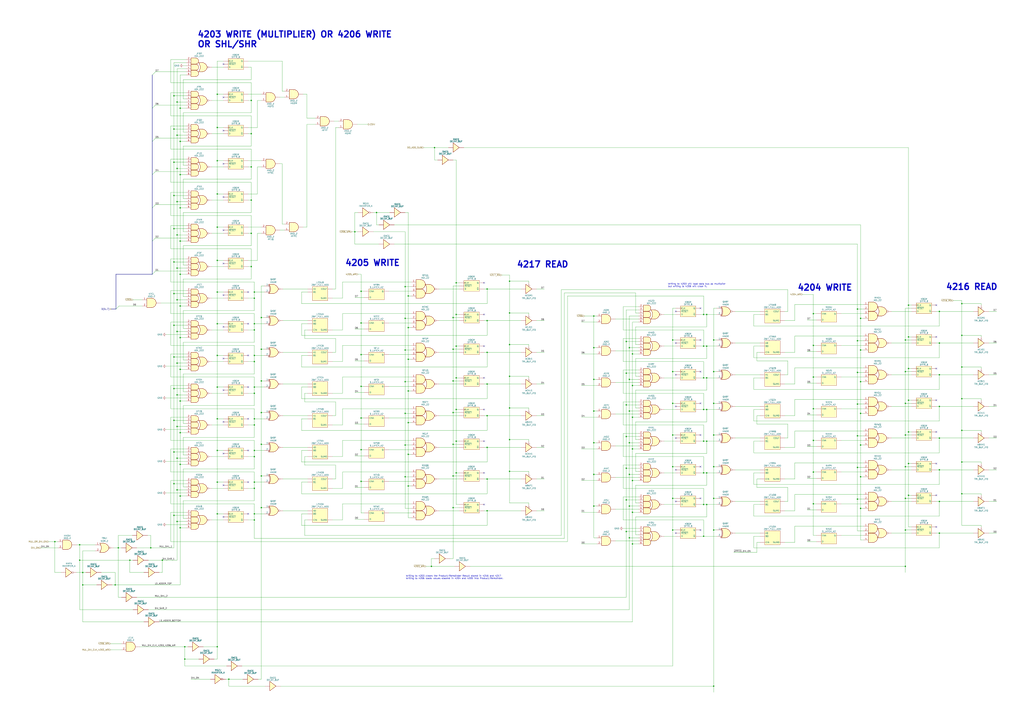
<source format=kicad_sch>
(kicad_sch (version 20230121) (generator eeschema)
  (paper "A1")
  (title_block (title "SNES S-CPU Schematics ") (date "2023-10-21") (rev "0.1") (company "Author: Regis Galland"))
  (junction (at 514.35 306.705))
  (junction (at 332.74 235.585))
  (junction (at 296.545 369.57))
  (junction (at 208.915 292.1))
  (junction (at 516.89 285.75))
  (junction (at 178.435 77.47))
  (junction (at 147.955 355.6))
  (junction (at 145.415 83.82))
  (junction (at 67.945 480.695))
  (junction (at 519.43 447.04))
  (junction (at 147.955 88.9))
  (junction (at 400.05 289.56))
  (junction (at 400.05 367.665))
  (junction (at 214.63 339.09))
  (junction (at 147.955 303.53))
  (junction (at 142.875 423.545))
  (junction (at 746.125 407.035))
  (junction (at 400.05 315.595))
  (junction (at 743.585 383.54))
  (junction (at 668.02 257.81))
  (junction (at 487.68 285.75))
  (junction (at 208.915 271.145))
  (junction (at 552.45 357.505))
  (junction (at 178.435 104.775))
  (junction (at 178.435 422.275))
  (junction (at 668.02 361.95))
  (junction (at 706.755 313.69))
  (junction (at 145.415 165.735))
  (junction (at 147.955 433.705))
  (junction (at 400.05 419.735))
  (junction (at 178.435 370.205))
  (junction (at 147.955 381.635))
  (junction (at 706.755 339.725))
  (junction (at 706.755 417.83))
  (junction (at 580.39 284.48))
  (junction (at 789.94 353.695))
  (junction (at 145.415 193.04))
  (junction (at 214.63 287.02))
  (junction (at 771.525 360.045))
  (junction (at 142.875 241.3))
  (junction (at 580.39 310.515))
  (junction (at 332.74 365.76))
  (junction (at 142.875 160.655))
  (junction (at 372.11 339.09))
  (junction (at 789.94 405.765))
  (junction (at 145.415 138.43))
  (junction (at 208.915 323.215))
  (junction (at 514.35 280.67))
  (junction (at 704.215 306.07))
  (junction (at 580.39 388.62))
  (junction (at 577.85 440.69))
  (junction (at 516.89 441.96))
  (junction (at 743.585 465.455))
  (junction (at 178.435 132.08))
  (junction (at 577.85 362.585))
  (junction (at 514.35 384.81))
  (junction (at 206.375 164.465))
  (junction (at 145.415 220.345))
  (junction (at 706.755 391.795))
  (junction (at 789.94 301.625))
  (junction (at 145.415 428.625))
  (junction (at 67.945 470.535))
  (junction (at 142.875 267.335))
  (junction (at 332.74 287.655))
  (junction (at 586.105 435.61))
  (junction (at 586.105 331.47))
  (junction (at 65.405 447.675))
  (junction (at 743.585 357.505))
  (junction (at 106.68 460.375))
  (junction (at 178.435 344.17))
  (junction (at 151.765 541.655))
  (junction (at 206.375 137.16))
  (junction (at 418.465 257.175))
  (junction (at 418.465 387.35))
  (junction (at 519.43 290.83))
  (junction (at 586.105 305.435))
  (junction (at 706.755 287.655))
  (junction (at 178.435 186.69))
  (junction (at 514.35 358.775))
  (junction (at 743.585 409.575))
  (junction (at 771.525 412.115))
  (junction (at 580.39 258.445))
  (junction (at 208.915 427.355))
  (junction (at 335.28 373.38))
  (junction (at 577.85 388.62))
  (junction (at 519.43 342.9))
  (junction (at 147.955 198.12))
  (junction (at 400.05 237.49))
  (junction (at 704.215 254))
  (junction (at 487.68 389.89))
  (junction (at 706.755 365.76))
  (junction (at 552.45 383.54))
  (junction (at 704.215 280.035))
  (junction (at 145.415 272.415))
  (junction (at 335.28 347.345))
  (junction (at 142.875 187.96))
  (junction (at 142.875 133.35))
  (junction (at 145.415 324.485))
  (junction (at 771.525 255.905))
  (junction (at 123.825 450.215))
  (junction (at 418.465 361.315))
  (junction (at 296.545 291.465))
  (junction (at 746.125 354.965))
  (junction (at 178.435 159.385))
  (junction (at 789.94 327.66))
  (junction (at 145.415 298.45))
  (junction (at 296.545 317.5))
  (junction (at 577.85 414.655))
  (junction (at 208.915 401.32))
  (junction (at 65.405 460.375))
  (junction (at 296.545 265.43))
  (junction (at 147.955 116.205))
  (junction (at 372.11 260.985))
  (junction (at 704.215 384.175))
  (junction (at 133.35 460.375))
  (junction (at 516.89 415.925))
  (junction (at 208.915 396.24))
  (junction (at 335.28 243.205))
  (junction (at 296.545 239.395))
  (junction (at 668.02 387.985))
  (junction (at 580.39 362.585))
  (junction (at 487.68 311.785))
  (junction (at 206.375 82.55))
  (junction (at 743.585 331.47))
  (junction (at 374.65 388.62))
  (junction (at 145.415 350.52))
  (junction (at 552.45 435.61))
  (junction (at 668.02 414.02))
  (junction (at 208.915 297.18))
  (junction (at 145.415 246.38))
  (junction (at 335.28 269.24))
  (junction (at 372.11 417.195))
  (junction (at 746.125 328.93))
  (junction (at 487.68 259.715))
  (junction (at 418.465 283.21))
  (junction (at 145.415 402.59))
  (junction (at 374.65 258.445))
  (junction (at 187.96 558.165))
  (junction (at 206.375 109.855))
  (junction (at 309.245 174.625))
  (junction (at 552.45 331.47))
  (junction (at 374.65 232.41))
  (junction (at 586.105 409.575))
  (junction (at 487.68 363.855))
  (junction (at 214.63 260.985))
  (junction (at 142.875 319.405))
  (junction (at 552.45 279.4))
  (junction (at 208.915 370.205))
  (junction (at 45.085 445.135))
  (junction (at 335.28 295.275))
  (junction (at 418.465 335.28))
  (junction (at 519.43 394.97))
  (junction (at 142.875 78.74))
  (junction (at 208.915 318.135))
  (junction (at 332.74 339.725))
  (junction (at 586.105 279.4))
  (junction (at 208.915 349.25))
  (junction (at 374.65 310.515))
  (junction (at 142.875 345.44))
  (junction (at 374.65 362.585))
  (junction (at 514.35 436.88))
  (junction (at 145.415 111.125))
  (junction (at 516.89 389.89))
  (junction (at 519.43 421.005))
  (junction (at 789.94 275.59))
  (junction (at 516.89 311.785))
  (junction (at 668.02 309.88))
  (junction (at 178.435 318.135))
  (junction (at 400.05 393.7))
  (junction (at 332.74 313.69))
  (junction (at 208.915 266.065))
  (junction (at 577.85 310.515))
  (junction (at 147.955 407.67))
  (junction (at 743.585 279.4))
  (junction (at 335.28 399.415))
  (junction (at 746.125 381))
  (junction (at 178.435 213.995))
  (junction (at 332.74 261.62))
  (junction (at 94.615 480.695))
  (junction (at 771.525 386.08))
  (junction (at 206.375 219.075))
  (junction (at 151.765 531.495))
  (junction (at 354.33 465.455))
  (junction (at 178.435 240.03))
  (junction (at 418.465 231.14))
  (junction (at 208.915 344.17))
  (junction (at 704.215 332.105))
  (junction (at 516.89 337.82))
  (junction (at 97.155 450.215))
  (junction (at 580.39 336.55))
  (junction (at 214.63 365.125))
  (junction (at 668.02 335.915))
  (junction (at 577.85 284.48))
  (junction (at 586.105 563.88))
  (junction (at 147.955 225.425))
  (junction (at 552.45 409.575))
  (junction (at 400.05 263.525))
  (junction (at 147.955 251.46))
  (junction (at 372.11 287.02))
  (junction (at 746.125 276.86))
  (junction (at 291.465 190.5))
  (junction (at 147.955 329.565))
  (junction (at 372.11 391.16))
  (junction (at 704.215 358.14))
  (junction (at 372.11 313.055))
  (junction (at 332.74 391.795))
  (junction (at 147.955 170.815))
  (junction (at 208.915 245.11))
  (junction (at 668.02 283.845))
  (junction (at 400.05 341.63))
  (junction (at 208.915 375.285))
  (junction (at 208.915 240.03))
  (junction (at 746.125 250.825))
  (junction (at 577.85 336.55))
  (junction (at 356.87 121.285))
  (junction (at 519.43 368.935))
  (junction (at 147.955 277.495))
  (junction (at 142.875 397.51))
  (junction (at 771.525 281.94))
  (junction (at 372.11 365.125))
  (junction (at 771.525 438.15))
  (junction (at 516.89 363.855))
  (junction (at 586.105 357.505))
  (junction (at 746.125 302.895))
  (junction (at 142.875 215.265))
  (junction (at 586.105 383.54))
  (junction (at 142.875 106.045))
  (junction (at 514.35 410.845))
  (junction (at 580.39 414.655))
  (junction (at 206.375 191.77))
  (junction (at 771.525 334.01))
  (junction (at 214.63 313.055))
  (junction (at 771.525 307.975))
  (junction (at 374.65 284.48))
  (junction (at 178.435 292.1))
  (junction (at 178.435 266.065))
  (junction (at 552.45 305.435))
  (junction (at 487.68 415.925))
  (junction (at 208.915 422.275))
  (junction (at 704.215 410.21))
  (junction (at 178.435 396.24))
  (junction (at 142.875 293.37))
  (junction (at 296.545 395.605))
  (junction (at 789.94 249.555))
  (junction (at 789.94 379.73))
  (junction (at 418.465 309.245))
  (junction (at 296.545 343.535))
  (junction (at 577.85 258.445))
  (junction (at 519.43 316.865))
  (junction (at 743.585 305.435))
  (junction (at 514.35 332.74))
  (junction (at 214.63 391.16))
  (junction (at 706.755 261.62))
  (junction (at 142.875 371.475))
  (junction (at 487.68 337.82))
  (junction (at 214.63 417.195))
  (junction (at 178.435 531.495))
  (junction (at 335.28 321.31))
  (junction (at 147.955 143.51))
  (junction (at 374.65 336.55))
  (junction (at 145.415 376.555))
  (junction (at 743.585 435.61))
  (no_connect (at 203.835 292.1))
  (no_connect (at 768.985 407.035))
  (no_connect (at 397.51 310.515))
  (no_connect (at 183.515 80.01))
  (no_connect (at 183.515 161.925))
  (no_connect (at 397.51 232.41))
  (no_connect (at 397.51 362.585))
  (no_connect (at 397.51 258.445))
  (no_connect (at 203.835 370.205))
  (no_connect (at 183.515 268.605))
  (no_connect (at 554.99 307.975))
  (no_connect (at 554.99 334.01))
  (no_connect (at 575.31 357.505))
  (no_connect (at 768.985 250.825))
  (no_connect (at 397.51 336.55))
  (no_connect (at 183.515 294.64))
  (no_connect (at 554.99 386.08))
  (no_connect (at 183.515 107.315))
  (no_connect (at 575.31 331.47))
  (no_connect (at 554.99 438.15))
  (no_connect (at 203.835 266.065))
  (no_connect (at 203.835 318.135))
  (no_connect (at 397.51 284.48))
  (no_connect (at 768.985 276.86))
  (no_connect (at 203.835 240.03))
  (no_connect (at 554.99 360.045))
  (no_connect (at 575.31 383.54))
  (no_connect (at 575.31 253.365))
  (no_connect (at 575.31 305.435))
  (no_connect (at 203.835 344.17))
  (no_connect (at 554.99 412.115))
  (no_connect (at 575.31 435.61))
  (no_connect (at 203.835 422.275))
  (no_connect (at 554.99 281.94))
  (no_connect (at 397.51 414.655))
  (no_connect (at 768.985 433.07))
  (no_connect (at 768.985 354.965))
  (no_connect (at 554.99 255.905))
  (no_connect (at 183.515 52.705))
  (no_connect (at 183.515 346.71))
  (no_connect (at 203.835 396.24))
  (no_connect (at 183.515 398.78))
  (no_connect (at 575.31 409.575))
  (no_connect (at 575.31 279.4))
  (no_connect (at 768.985 302.895))
  (no_connect (at 183.515 216.535))
  (no_connect (at 183.515 372.745))
  (no_connect (at 397.51 388.62))
  (no_connect (at 183.515 320.675))
  (no_connect (at 768.985 328.93))
  (no_connect (at 183.515 424.815))
  (no_connect (at 183.515 134.62))
  (no_connect (at 183.515 242.57))
  (no_connect (at 768.985 381))
  (no_connect (at 183.515 189.23))
  (bus_entry (at 127.635 195.58) (size -2.54 2.54))
  (bus_entry (at 97.79 251.46) (size -2.54 2.54))
  (bus_entry (at 127.635 222.885) (size -2.54 2.54))
  (bus_entry (at 127.635 113.665) (size -2.54 2.54))
  (bus_entry (at 127.635 59.055) (size -2.54 2.54))
  (bus_entry (at 127.635 86.36) (size -2.54 2.54))
  (bus_entry (at 127.635 168.275) (size -2.54 2.54))
  (bus_entry (at 127.635 140.97) (size -2.54 2.54))
  (wire (pts (xy 812.165 255.905) (xy 818.515 255.905)))
  (wire (pts (xy 309.245 174.625) (xy 309.245 184.785)))
  (wire (pts (xy 145.415 138.43) (xy 153.035 138.43)))
  (wire (pts (xy 208.915 292.1) (xy 217.17 292.1)))
  (wire (pts (xy 332.74 261.62) (xy 332.74 287.655)))
  (wire (pts (xy 552.45 409.575) (xy 552.45 435.61)))
  (wire (pts (xy 208.915 359.41) (xy 208.915 349.25)))
  (wire (pts (xy 619.125 398.145) (xy 619.125 388.62)))
  (wire (pts (xy 746.125 354.965) (xy 746.125 328.93)))
  (wire (pts (xy 400.05 367.665) (xy 427.99 367.665)))
  (wire (pts (xy 147.955 251.46) (xy 153.035 251.46)))
  (wire (pts (xy 296.545 225.425) (xy 296.545 239.395)))
  (wire (pts (xy 281.305 387.985) (xy 281.305 401.32)))
  (wire (pts (xy 208.915 281.305) (xy 150.495 281.305)))
  (wire (pts (xy 490.22 259.715) (xy 487.68 259.715)))
  (wire (pts (xy 291.465 322.58) (xy 299.085 322.58)))
  (wire (pts (xy 621.665 393.7) (xy 621.665 400.685)))
  (wire (pts (xy 178.435 50.165) (xy 183.515 50.165)))
  (wire (pts (xy 586.105 409.575) (xy 586.105 435.61)))
  (wire (pts (xy 142.875 215.265) (xy 153.035 215.265)))
  (wire (pts (xy 372.11 417.195) (xy 377.19 417.195)))
  (wire (pts (xy 690.88 361.95) (xy 709.295 361.95)))
  (wire (pts (xy 748.665 357.505) (xy 743.585 357.505)))
  (wire (pts (xy 252.095 186.69) (xy 248.92 186.69)))
  (wire (pts (xy 511.81 278.13) (xy 524.51 278.13)))
  (wire (pts (xy 140.335 257.81) (xy 208.915 257.81)))
  (wire (pts (xy 123.825 450.215) (xy 142.875 450.215)))
  (wire (pts (xy 153.035 212.725) (xy 140.335 212.725)))
  (wire (pts (xy 347.98 121.285) (xy 356.87 121.285)))
  (wire (pts (xy 281.305 335.915) (xy 337.82 335.915)))
  (wire (pts (xy 748.665 253.365) (xy 743.585 253.365)))
  (wire (pts (xy 771.525 307.975) (xy 799.465 307.975)))
  (wire (pts (xy 299.085 343.535) (xy 296.545 343.535)))
  (wire (pts (xy 619.125 414.655) (xy 624.205 414.655)))
  (wire (pts (xy 275.59 289.56) (xy 275.59 278.13)))
  (wire (pts (xy 296.545 265.43) (xy 296.545 239.395)))
  (wire (pts (xy 291.465 270.51) (xy 299.085 270.51)))
  (wire (pts (xy 247.65 318.135) (xy 252.73 318.135)))
  (wire (pts (xy 354.33 459.105) (xy 356.87 459.105)))
  (wire (pts (xy 247.65 275.59) (xy 247.65 266.065)))
  (wire (pts (xy 516.89 363.855) (xy 524.51 363.855)))
  (wire (pts (xy 281.305 414.02) (xy 337.82 414.02)))
  (wire (pts (xy 619.125 388.62) (xy 624.205 388.62)))
  (wire (pts (xy 291.465 400.685) (xy 299.085 400.685)))
  (wire (pts (xy 524.51 342.9) (xy 519.43 342.9)))
  (wire (pts (xy 337.82 291.465) (xy 319.405 291.465)))
  (wire (pts (xy 275.59 104.775) (xy 275.59 237.49)))
  (wire (pts (xy 652.78 354.33) (xy 652.78 367.665)))
  (wire (pts (xy 748.665 433.07) (xy 746.125 433.07)))
  (wire (pts (xy 208.915 318.135) (xy 208.915 309.88)))
  (wire (pts (xy 296.545 291.465) (xy 296.545 265.43)))
  (wire (pts (xy 400.05 301.625) (xy 247.65 301.625)))
  (wire (pts (xy 142.875 133.35) (xy 153.035 133.35)))
  (wire (pts (xy 709.295 309.88) (xy 690.88 309.88)))
  (wire (pts (xy 147.955 433.705) (xy 153.035 433.705)))
  (wire (pts (xy 577.85 271.145) (xy 511.81 271.145)))
  (wire (pts (xy 150.495 385.445) (xy 150.495 400.05)))
  (wire (pts (xy 805.815 249.555) (xy 805.815 250.825)))
  (wire (pts (xy 524.51 366.395) (xy 505.46 366.395)))
  (wire (pts (xy 142.875 293.37) (xy 142.875 319.405)))
  (wire (pts (xy 275.59 393.7) (xy 275.59 382.27)))
  (wire (pts (xy 94.615 480.695) (xy 92.075 480.695)))
  (wire (pts (xy 434.34 335.28) (xy 434.34 336.55)))
  (wire (pts (xy 178.435 344.17) (xy 178.435 370.205)))
  (wire (pts (xy 206.375 164.465) (xy 206.375 174.625)))
  (wire (pts (xy 372.11 365.125) (xy 372.11 339.09)))
  (wire (pts (xy 662.94 445.135) (xy 670.56 445.135)))
  (wire (pts (xy 647.065 238.125) (xy 647.065 255.905)))
  (wire (pts (xy 65.405 460.375) (xy 65.405 501.015)))
  (wire (pts (xy 577.85 362.585) (xy 577.85 349.25)))
  (wire (pts (xy 771.525 412.115) (xy 799.465 412.115)))
  (wire (pts (xy 511.81 323.215) (xy 577.85 323.215)))
  (wire (pts (xy 153.035 298.45) (xy 145.415 298.45)))
  (wire (pts (xy 337.82 295.275) (xy 335.28 295.275)))
  (wire (pts (xy 140.335 185.42) (xy 140.335 204.47)))
  (wire (pts (xy 153.035 355.6) (xy 147.955 355.6)))
  (wire (pts (xy 521.97 257.175) (xy 524.51 257.175)))
  (wire (pts (xy 397.51 419.735) (xy 400.05 419.735)))
  (wire (pts (xy 771.525 424.18) (xy 619.125 424.18)))
  (wire (pts (xy 434.34 310.515) (xy 434.34 309.245)))
  (wire (pts (xy 477.52 421.005) (xy 490.22 421.005)))
  (wire (pts (xy 690.88 257.81) (xy 709.295 257.81)))
  (wire (pts (xy 150.495 81.28) (xy 153.035 81.28)))
  (wire (pts (xy 208.915 231.775) (xy 208.915 240.03)))
  (wire (pts (xy 211.455 137.16) (xy 211.455 159.385)))
  (wire (pts (xy 771.525 255.905) (xy 771.525 267.97)))
  (wire (pts (xy 150.495 255.27) (xy 208.915 255.27)))
  (wire (pts (xy 332.74 261.62) (xy 337.82 261.62)))
  (wire (pts (xy 709.295 287.655) (xy 706.755 287.655)))
  (wire (pts (xy 147.955 61.595) (xy 153.035 61.595)))
  (wire (pts (xy 142.875 319.405) (xy 153.035 319.405)))
  (wire (pts (xy 206.375 67.945) (xy 206.375 82.55)))
  (wire (pts (xy 524.51 285.75) (xy 516.89 285.75)))
  (wire (pts (xy 514.35 280.67) (xy 514.35 254.635)))
  (wire (pts (xy 214.63 191.77) (xy 211.455 191.77)))
  (wire (pts (xy 145.415 138.43) (xy 145.415 165.735)))
  (wire (pts (xy 332.74 174.625) (xy 335.28 174.625)))
  (wire (pts (xy 466.09 243.205) (xy 577.85 243.205)))
  (wire (pts (xy 418.465 257.175) (xy 418.465 283.21)))
  (wire (pts (xy 78.105 452.755) (xy 67.945 452.755)))
  (wire (pts (xy 746.125 407.035) (xy 746.125 381)))
  (wire (pts (xy 150.495 426.085) (xy 153.035 426.085)))
  (wire (pts (xy 183.515 344.17) (xy 178.435 344.17)))
  (wire (pts (xy 150.495 359.41) (xy 150.495 374.015)))
  (wire (pts (xy 142.875 133.35) (xy 142.875 160.655)))
  (wire (pts (xy 130.81 470.535) (xy 133.35 470.535)))
  (wire (pts (xy 552.45 331.47) (xy 552.45 357.505)))
  (wire (pts (xy 252.73 263.525) (xy 232.41 263.525)))
  (wire (pts (xy 652.78 380.365) (xy 709.295 380.365)))
  (wire (pts (xy 208.915 257.81) (xy 208.915 266.065)))
  (wire (pts (xy 232.41 237.49) (xy 252.73 237.49)))
  (wire (pts (xy 208.915 396.24) (xy 208.915 387.985)))
  (wire (pts (xy 418.465 335.28) (xy 418.465 361.315)))
  (wire (pts (xy 580.39 284.48) (xy 577.85 284.48)))
  (wire (pts (xy 652.78 250.19) (xy 652.78 263.525)))
  (wire (pts (xy 273.05 245.11) (xy 281.305 245.11)))
  (wire (pts (xy 153.035 51.435) (xy 142.875 51.435)))
  (wire (pts (xy 577.85 414.655) (xy 577.85 401.32)))
  (wire (pts (xy 644.525 445.77) (xy 652.78 445.77)))
  (wire (pts (xy 153.035 53.975) (xy 150.495 53.975)))
  (wire (pts (xy 771.525 386.08) (xy 799.465 386.08)))
  (wire (pts (xy 748.665 255.905) (xy 732.155 255.905)))
  (wire (pts (xy 746.125 433.07) (xy 746.125 407.035)))
  (wire (pts (xy 250.19 427.355) (xy 250.19 440.055)))
  (wire (pts (xy 153.035 140.97) (xy 127.635 140.97)))
  (wire (pts (xy 299.085 421.64) (xy 296.545 421.64)))
  (wire (pts (xy 252.73 323.215) (xy 250.19 323.215)))
  (wire (pts (xy 150.495 400.05) (xy 153.035 400.05)))
  (wire (pts (xy 652.78 276.225) (xy 709.295 276.225)))
  (wire (pts (xy 624.205 360.045) (xy 603.885 360.045)))
  (wire (pts (xy 400.05 263.525) (xy 427.99 263.525)))
  (wire (pts (xy 273.05 427.355) (xy 281.305 427.355)))
  (wire (pts (xy 619.125 424.18) (xy 619.125 414.655)))
  (wire (pts (xy 400.05 289.56) (xy 400.05 301.625)))
  (wire (pts (xy 771.525 255.905) (xy 799.465 255.905)))
  (wire (pts (xy 577.85 375.285) (xy 511.81 375.285)))
  (wire (pts (xy 577.85 349.25) (xy 511.81 349.25)))
  (wire (pts (xy 427.99 315.595) (xy 400.05 315.595)))
  (wire (pts (xy 79.375 480.695) (xy 67.945 480.695)))
  (wire (pts (xy 140.335 48.895) (xy 140.335 67.945)))
  (wire (pts (xy 203.835 186.69) (xy 214.63 186.69)))
  (wire (pts (xy 805.815 381) (xy 805.815 379.73)))
  (wire (pts (xy 575.31 284.48) (xy 577.85 284.48)))
  (wire (pts (xy 771.525 320.04) (xy 619.125 320.04)))
  (wire (pts (xy 335.28 174.625) (xy 335.28 243.205)))
  (wire (pts (xy 183.515 213.995) (xy 178.435 213.995)))
  (wire (pts (xy 580.39 310.515) (xy 580.39 320.675)))
  (wire (pts (xy 670.56 414.02) (xy 668.02 414.02)))
  (wire (pts (xy 554.99 362.585) (xy 545.465 362.585)))
  (wire (pts (xy 45.085 445.135) (xy 47.625 445.135)))
  (wire (pts (xy 173.99 109.855) (xy 183.515 109.855)))
  (wire (pts (xy 206.375 177.165) (xy 140.335 177.165)))
  (wire (pts (xy 704.215 332.105) (xy 709.295 332.105)))
  (wire (pts (xy 805.815 431.8) (xy 789.94 431.8)))
  (wire (pts (xy 521.97 346.71) (xy 521.97 361.315)))
  (wire (pts (xy 132.08 248.92) (xy 153.035 248.92)))
  (wire (pts (xy 580.39 414.655) (xy 580.39 424.815)))
  (wire (pts (xy 662.94 393.065) (xy 670.56 393.065)))
  (wire (pts (xy 580.39 388.62) (xy 577.85 388.62)))
  (wire (pts (xy 208.915 309.88) (xy 140.335 309.88)))
  (wire (pts (xy 150.495 374.015) (xy 153.035 374.015)))
  (wire (pts (xy 140.335 335.915) (xy 208.915 335.915)))
  (wire (pts (xy 281.305 309.88) (xy 337.82 309.88)))
  (wire (pts (xy 400.05 367.665) (xy 400.05 379.73)))
  (wire (pts (xy 524.51 340.36) (xy 505.46 340.36)))
  (wire (pts (xy 554.99 383.54) (xy 552.45 383.54)))
  (wire (pts (xy 359.41 131.445) (xy 356.87 131.445)))
  (wire (pts (xy 217.17 260.985) (xy 214.63 260.985)))
  (wire (pts (xy 208.915 396.24) (xy 208.915 401.32)))
  (wire (pts (xy 400.05 353.695) (xy 247.65 353.695)))
  (wire (pts (xy 519.43 394.97) (xy 519.43 421.005)))
  (wire (pts (xy 588.645 357.505) (xy 586.105 357.505)))
  (wire (pts (xy 377.19 365.125) (xy 372.11 365.125)))
  (wire (pts (xy 521.97 268.605) (xy 521.97 283.21)))
  (wire (pts (xy 524.51 290.83) (xy 519.43 290.83)))
  (wire (pts (xy 463.55 240.665) (xy 521.97 240.665)))
  (wire (pts (xy 580.39 362.585) (xy 588.645 362.585)))
  (wire (pts (xy 521.97 413.385) (xy 524.51 413.385)))
  (wire (pts (xy 247.65 405.765) (xy 247.65 396.24)))
  (wire (pts (xy 771.525 438.15) (xy 799.465 438.15)))
  (wire (pts (xy 332.74 417.83) (xy 337.82 417.83)))
  (wire (pts (xy 178.435 132.08) (xy 178.435 159.385)))
  (wire (pts (xy 211.455 82.55) (xy 214.63 82.55)))
  (wire (pts (xy 748.665 354.965) (xy 746.125 354.965)))
  (wire (pts (xy 145.415 350.52) (xy 145.415 376.555)))
  (wire (pts (xy 704.215 410.21) (xy 704.215 436.245)))
  (wire (pts (xy 252.73 419.735) (xy 232.41 419.735)))
  (wire (pts (xy 147.955 225.425) (xy 153.035 225.425)))
  (wire (pts (xy 94.615 480.695) (xy 147.955 480.695)))
  (wire (pts (xy 203.835 164.465) (xy 206.375 164.465)))
  (wire (pts (xy 748.665 305.435) (xy 743.585 305.435)))
  (wire (pts (xy 214.63 137.16) (xy 211.455 137.16)))
  (wire (pts (xy 208.915 297.18) (xy 208.915 292.1)))
  (wire (pts (xy 668.02 387.985) (xy 668.02 361.95)))
  (wire (pts (xy 812.165 360.045) (xy 818.515 360.045)))
  (wire (pts (xy 746.125 381) (xy 746.125 354.965)))
  (wire (pts (xy 624.205 412.115) (xy 603.885 412.115)))
  (wire (pts (xy 173.99 82.55) (xy 183.515 82.55)))
  (wire (pts (xy 377.19 315.595) (xy 360.68 315.595)))
  (wire (pts (xy 150.495 281.305) (xy 150.495 295.91)))
  (wire (pts (xy 67.945 470.535) (xy 70.485 470.535)))
  (wire (pts (xy 704.215 384.175) (xy 704.215 410.21)))
  (wire (pts (xy 203.835 137.16) (xy 206.375 137.16)))
  (wire (pts (xy 142.875 78.74) (xy 142.875 106.045)))
  (wire (pts (xy 511.81 382.27) (xy 511.81 401.32)))
  (wire (pts (xy 145.415 111.125) (xy 145.415 138.43)))
  (wire (pts (xy 519.43 447.04) (xy 519.43 421.005)))
  (wire (pts (xy 206.375 201.93) (xy 206.375 191.77)))
  (wire (pts (xy 231.775 134.62) (xy 229.87 134.62)))
  (wire (pts (xy 123.825 440.055) (xy 123.825 450.215)))
  (wire (pts (xy 319.405 343.535) (xy 337.82 343.535)))
  (wire (pts (xy 644.525 367.665) (xy 652.78 367.665)))
  (wire (pts (xy 511.81 330.2) (xy 524.51 330.2)))
  (wire (pts (xy 150.495 147.32) (xy 206.375 147.32)))
  (wire (pts (xy 274.32 99.695) (xy 278.13 99.695)))
  (wire (pts (xy 524.51 288.29) (xy 505.46 288.29)))
  (wire (pts (xy 812.165 281.94) (xy 818.515 281.94)))
  (wire (pts (xy 183.515 132.08) (xy 178.435 132.08)))
  (wire (pts (xy 477.52 368.935) (xy 490.22 368.935)))
  (wire (pts (xy 577.85 297.18) (xy 511.81 297.18)))
  (wire (pts (xy 150.495 65.405) (xy 150.495 81.28)))
  (wire (pts (xy 662.94 288.925) (xy 670.56 288.925)))
  (wire (pts (xy 704.215 384.175) (xy 709.295 384.175)))
  (wire (pts (xy 521.97 372.745) (xy 521.97 387.35)))
  (wire (pts (xy 386.08 465.455) (xy 743.585 465.455)))
  (wire (pts (xy 332.74 391.795) (xy 337.82 391.795)))
  (wire (pts (xy 214.63 391.16) (xy 214.63 417.195)))
  (wire (pts (xy 440.69 367.665) (xy 447.04 367.665)))
  (wire (pts (xy 748.665 331.47) (xy 743.585 331.47)))
  (wire (pts (xy 487.68 259.715) (xy 487.68 285.75)))
  (wire (pts (xy 247.65 370.205) (xy 252.73 370.205)))
  (wire (pts (xy 521.97 361.315) (xy 524.51 361.315)))
  (wire (pts (xy 199.39 558.165) (xy 187.96 558.165)))
  (wire (pts (xy 743.585 409.575) (xy 743.585 383.54)))
  (wire (pts (xy 230.505 563.88) (xy 586.105 563.88)))
  (wire (pts (xy 487.68 311.785) (xy 490.22 311.785)))
  (wire (pts (xy 668.02 241.935) (xy 668.02 257.81)))
  (wire (pts (xy 743.585 383.54) (xy 743.585 357.505)))
  (wire (pts (xy 577.85 310.515) (xy 577.85 297.18)))
  (bus (pts (xy 125.095 143.51) (xy 125.095 170.815)))
  (wire (pts (xy 337.82 373.38) (xy 335.28 373.38)))
  (wire (pts (xy 150.495 269.875) (xy 153.035 269.875)))
  (wire (pts (xy 281.305 387.985) (xy 337.82 387.985)))
  (wire (pts (xy 112.395 490.855) (xy 514.35 490.855)))
  (wire (pts (xy 142.875 267.335) (xy 153.035 267.335)))
  (wire (pts (xy 142.875 187.96) (xy 153.035 187.96)))
  (wire (pts (xy 214.63 313.055) (xy 214.63 339.09)))
  (wire (pts (xy 514.35 280.67) (xy 524.51 280.67)))
  (wire (pts (xy 140.335 394.97) (xy 153.035 394.97)))
  (wire (pts (xy 619.125 284.48) (xy 624.205 284.48)))
  (wire (pts (xy 624.205 289.56) (xy 621.665 289.56)))
  (wire (pts (xy 281.305 257.81) (xy 281.305 271.145)))
  (wire (pts (xy 206.375 147.32) (xy 206.375 137.16)))
  (wire (pts (xy 296.545 239.395) (xy 299.085 239.395)))
  (wire (pts (xy 621.665 289.56) (xy 621.665 296.545)))
  (wire (pts (xy 377.19 393.7) (xy 360.68 393.7)))
  (wire (pts (xy 133.35 460.375) (xy 145.415 460.375)))
  (wire (pts (xy 247.65 353.695) (xy 247.65 344.17)))
  (wire (pts (xy 203.835 132.08) (xy 214.63 132.08)))
  (wire (pts (xy 147.955 381.635) (xy 153.035 381.635)))
  (wire (pts (xy 142.875 78.74) (xy 153.035 78.74)))
  (wire (pts (xy 624.205 438.15) (xy 603.885 438.15)))
  (wire (pts (xy 524.51 309.245) (xy 521.97 309.245)))
  (wire (pts (xy 145.415 376.555) (xy 153.035 376.555)))
  (wire (pts (xy 65.405 460.375) (xy 106.68 460.375)))
  (wire (pts (xy 142.875 319.405) (xy 142.875 345.44)))
  (wire (pts (xy 652.78 354.33) (xy 709.295 354.33)))
  (wire (pts (xy 400.05 315.595) (xy 397.51 315.595)))
  (wire (pts (xy 400.05 431.8) (xy 247.65 431.8)))
  (wire (pts (xy 624.205 281.94) (xy 603.885 281.94)))
  (wire (pts (xy 140.335 185.42) (xy 153.035 185.42)))
  (wire (pts (xy 142.875 160.655) (xy 153.035 160.655)))
  (wire (pts (xy 748.665 383.54) (xy 743.585 383.54)))
  (wire (pts (xy 94.615 480.695) (xy 94.615 470.535)))
  (wire (pts (xy 114.935 531.495) (xy 151.765 531.495)))
  (wire (pts (xy 580.39 424.815) (xy 521.97 424.815)))
  (wire (pts (xy 187.96 558.165) (xy 187.96 563.88)))
  (wire (pts (xy 208.915 370.205) (xy 217.17 370.205)))
  (wire (pts (xy 524.51 447.04) (xy 519.43 447.04)))
  (wire (pts (xy 206.375 92.71) (xy 206.375 82.55)))
  (wire (pts (xy 332.74 313.69) (xy 332.74 339.725)))
  (wire (pts (xy 335.28 399.415) (xy 335.28 425.45)))
  (wire (pts (xy 619.125 258.445) (xy 624.205 258.445)))
  (wire (pts (xy 247.65 240.03) (xy 252.73 240.03)))
  (wire (pts (xy 377.19 388.62) (xy 374.65 388.62)))
  (wire (pts (xy 771.525 386.08) (xy 771.525 398.145)))
  (wire (pts (xy 178.435 531.495) (xy 178.435 541.655)))
  (wire (pts (xy 511.81 356.235) (xy 511.81 375.285)))
  (wire (pts (xy 183.515 292.1) (xy 178.435 292.1)))
  (wire (pts (xy 186.055 547.37) (xy 151.765 547.37)))
  (wire (pts (xy 178.435 318.135) (xy 178.435 344.17)))
  (wire (pts (xy 709.295 391.795) (xy 706.755 391.795)))
  (wire (pts (xy 400.05 341.63) (xy 400.05 353.695)))
  (wire (pts (xy 281.305 283.845) (xy 337.82 283.845)))
  (wire (pts (xy 140.335 158.115) (xy 140.335 177.165)))
  (wire (pts (xy 545.465 414.655) (xy 554.99 414.655)))
  (wire (pts (xy 231.775 50.165) (xy 231.775 74.93)))
  (wire (pts (xy 374.65 310.515) (xy 374.65 284.48)))
  (wire (pts (xy 521.97 283.21) (xy 524.51 283.21)))
  (wire (pts (xy 400.05 249.555) (xy 247.65 249.555)))
  (wire (pts (xy 247.65 422.275) (xy 252.73 422.275)))
  (wire (pts (xy 217.17 339.09) (xy 214.63 339.09)))
  (wire (pts (xy 789.94 247.015) (xy 789.94 249.555)))
  (wire (pts (xy 147.955 116.205) (xy 153.035 116.205)))
  (wire (pts (xy 400.05 341.63) (xy 427.99 341.63)))
  (wire (pts (xy 183.515 55.245) (xy 173.99 55.245)))
  (wire (pts (xy 652.78 406.4) (xy 709.295 406.4)))
  (wire (pts (xy 487.68 363.855) (xy 490.22 363.855)))
  (wire (pts (xy 140.335 76.2) (xy 140.335 95.25)))
  (wire (pts (xy 580.39 336.55) (xy 588.645 336.55)))
  (wire (pts (xy 145.415 376.555) (xy 145.415 402.59)))
  (wire (pts (xy 178.435 213.995) (xy 178.435 186.69)))
  (wire (pts (xy 247.65 344.17) (xy 252.73 344.17)))
  (wire (pts (xy 768.985 412.115) (xy 771.525 412.115)))
  (wire (pts (xy 805.815 301.625) (xy 789.94 301.625)))
  (wire (pts (xy 644.525 315.595) (xy 652.78 315.595)))
  (wire (pts (xy 198.755 547.37) (xy 552.45 547.37)))
  (wire (pts (xy 487.68 311.785) (xy 487.68 337.82)))
  (wire (pts (xy 768.985 438.15) (xy 771.525 438.15)))
  (wire (pts (xy 516.89 415.925) (xy 524.51 415.925)))
  (wire (pts (xy 771.525 294.005) (xy 619.125 294.005)))
  (wire (pts (xy 521.97 439.42) (xy 521.97 424.815)))
  (wire (pts (xy 145.415 246.38) (xy 145.415 220.345)))
  (wire (pts (xy 140.335 342.9) (xy 153.035 342.9)))
  (wire (pts (xy 706.755 391.795) (xy 706.755 417.83)))
  (wire (pts (xy 142.875 187.96) (xy 142.875 215.265)))
  (wire (pts (xy 704.215 410.21) (xy 709.295 410.21)))
  (wire (pts (xy 771.525 372.11) (xy 619.125 372.11)))
  (wire (pts (xy 580.39 320.675) (xy 521.97 320.675)))
  (wire (pts (xy 487.68 389.89) (xy 490.22 389.89)))
  (wire (pts (xy 147.955 355.6) (xy 147.955 329.565)))
  (wire (pts (xy 519.43 511.175) (xy 519.43 447.04)))
  (wire (pts (xy 153.035 407.67) (xy 147.955 407.67)))
  (wire (pts (xy 206.375 109.855) (xy 206.375 120.015)))
  (wire (pts (xy 250.19 427.355) (xy 252.73 427.355)))
  (wire (pts (xy 575.31 310.515) (xy 577.85 310.515)))
  (wire (pts (xy 97.155 450.215) (xy 99.695 450.215)))
  (wire (pts (xy 178.435 541.655) (xy 175.895 541.655)))
  (wire (pts (xy 647.065 307.975) (xy 647.065 296.545)))
  (wire (pts (xy 319.405 239.395) (xy 337.82 239.395)))
  (wire (pts (xy 748.665 438.15) (xy 732.155 438.15)))
  (wire (pts (xy 335.28 373.38) (xy 335.28 399.415)))
  (wire (pts (xy 588.645 331.47) (xy 586.105 331.47)))
  (wire (pts (xy 805.815 405.765) (xy 789.94 405.765)))
  (wire (pts (xy 521.97 387.35) (xy 524.51 387.35)))
  (wire (pts (xy 208.915 245.11) (xy 208.915 255.27)))
  (wire (pts (xy 173.99 137.16) (xy 183.515 137.16)))
  (wire (pts (xy 575.31 258.445) (xy 577.85 258.445)))
  (wire (pts (xy 252.73 393.7) (xy 232.41 393.7)))
  (wire (pts (xy 374.65 232.41) (xy 377.19 232.41)))
  (wire (pts (xy 580.39 362.585) (xy 580.39 372.745)))
  (wire (pts (xy 145.415 246.38) (xy 145.415 272.415)))
  (wire (pts (xy 206.375 95.25) (xy 140.335 95.25)))
  (wire (pts (xy 487.68 337.82) (xy 487.68 363.855)))
  (wire (pts (xy 151.765 531.495) (xy 154.305 531.495)))
  (wire (pts (xy 519.43 342.9) (xy 519.43 368.935)))
  (wire (pts (xy 153.035 222.885) (xy 127.635 222.885)))
  (wire (pts (xy 771.525 412.115) (xy 771.525 424.18)))
  (wire (pts (xy 281.305 283.845) (xy 281.305 297.18)))
  (wire (pts (xy 552.45 305.435) (xy 552.45 279.4)))
  (wire (pts (xy 552.45 279.4) (xy 552.45 253.365)))
  (wire (pts (xy 67.945 480.695) (xy 67.945 511.175)))
  (wire (pts (xy 552.45 253.365) (xy 554.99 253.365)))
  (wire (pts (xy 381 121.285) (xy 746.125 121.285)))
  (wire (pts (xy 208.915 414.02) (xy 140.335 414.02)))
  (wire (pts (xy 65.405 460.375) (xy 65.405 447.675)))
  (wire (pts (xy 252.095 102.235) (xy 252.095 186.69)))
  (wire (pts (xy 150.495 190.5) (xy 150.495 174.625)))
  (wire (pts (xy 652.78 302.26) (xy 652.78 315.595)))
  (wire (pts (xy 621.665 445.77) (xy 621.665 454.025)))
  (wire (pts (xy 147.955 381.635) (xy 147.955 407.67)))
  (wire (pts (xy 400.05 289.56) (xy 427.99 289.56)))
  (wire (pts (xy 580.39 372.745) (xy 521.97 372.745)))
  (wire (pts (xy 306.705 174.625) (xy 309.245 174.625)))
  (wire (pts (xy 173.99 427.355) (xy 183.515 427.355)))
  (wire (pts (xy 140.335 130.81) (xy 140.335 149.86)))
  (wire (pts (xy 208.915 401.32) (xy 208.915 411.48)))
  (wire (pts (xy 619.125 346.075) (xy 619.125 336.55)))
  (wire (pts (xy 208.915 442.595) (xy 463.55 442.595)))
  (wire (pts (xy 147.955 329.565) (xy 153.035 329.565)))
  (wire (pts (xy 250.19 440.055) (xy 461.01 440.055)))
  (wire (pts (xy 127.635 59.055) (xy 153.035 59.055)))
  (wire (pts (xy 545.465 284.48) (xy 554.99 284.48)))
  (wire (pts (xy 178.435 396.24) (xy 178.435 422.275)))
  (wire (pts (xy 514.35 280.67) (xy 514.35 306.705)))
  (wire (pts (xy 521.97 309.245) (xy 521.97 294.64)))
  (wire (pts (xy 173.99 245.11) (xy 183.515 245.11)))
  (wire (pts (xy 147.955 303.53) (xy 147.955 329.565)))
  (wire (pts (xy 514.35 306.705) (xy 524.51 306.705)))
  (wire (pts (xy 374.65 388.62) (xy 374.65 362.585)))
  (wire (pts (xy 206.375 149.86) (xy 140.335 149.86)))
  (wire (pts (xy 743.585 357.505) (xy 743.585 331.47)))
  (wire (pts (xy 812.165 386.08) (xy 818.515 386.08)))
  (wire (pts (xy 511.81 252.095) (xy 511.81 271.145)))
  (wire (pts (xy 652.78 432.435) (xy 709.295 432.435)))
  (wire (pts (xy 203.835 82.55) (xy 206.375 82.55)))
  (wire (pts (xy 150.495 243.84) (xy 153.035 243.84)))
  (wire (pts (xy 521.97 398.78) (xy 521.97 413.385)))
  (wire (pts (xy 281.305 335.915) (xy 281.305 349.25)))
  (wire (pts (xy 706.755 287.655) (xy 706.755 313.69)))
  (wire (pts (xy 231.775 184.15) (xy 231.775 134.62)))
  (wire (pts (xy 153.035 48.895) (xy 140.335 48.895)))
  (wire (pts (xy 621.665 296.545) (xy 647.065 296.545)))
  (wire (pts (xy 178.435 104.775) (xy 178.435 132.08)))
  (wire (pts (xy 178.435 213.995) (xy 178.435 240.03)))
  (wire (pts (xy 145.415 402.59) (xy 145.415 428.625)))
  (wire (pts (xy 577.85 310.515) (xy 580.39 310.515)))
  (wire (pts (xy 624.205 255.905) (xy 603.885 255.905)))
  (wire (pts (xy 281.305 361.95) (xy 337.82 361.95)))
  (wire (pts (xy 487.68 415.925) (xy 490.22 415.925)))
  (wire (pts (xy 112.395 450.215) (xy 123.825 450.215)))
  (wire (pts (xy 440.69 341.63) (xy 447.04 341.63)))
  (wire (pts (xy 153.035 405.13) (xy 136.525 405.13)))
  (wire (pts (xy 178.435 50.165) (xy 178.435 77.47)))
  (wire (pts (xy 337.82 317.5) (xy 319.405 317.5)))
  (wire (pts (xy 62.865 447.675) (xy 65.405 447.675)))
  (wire (pts (xy 668.02 283.845) (xy 668.02 257.81)))
  (wire (pts (xy 150.495 229.235) (xy 150.495 243.84)))
  (wire (pts (xy 354.33 459.105) (xy 354.33 465.455)))
  (wire (pts (xy 374.65 131.445) (xy 374.65 232.41)))
  (wire (pts (xy 577.85 323.215) (xy 577.85 336.55)))
  (wire (pts (xy 311.15 200.66) (xy 291.465 200.66)))
  (wire (pts (xy 771.525 307.975) (xy 771.525 320.04)))
  (wire (pts (xy 40.005 445.135) (xy 45.085 445.135)))
  (wire (pts (xy 588.645 435.61) (xy 586.105 435.61)))
  (wire (pts (xy 477.52 447.04) (xy 490.22 447.04)))
  (wire (pts (xy 480.06 259.715) (xy 487.68 259.715)))
  (wire (pts (xy 704.215 200.66) (xy 704.215 254)))
  (wire (pts (xy 624.205 386.08) (xy 603.885 386.08)))
  (wire (pts (xy 580.39 346.71) (xy 580.39 336.55)))
  (wire (pts (xy 652.78 328.295) (xy 709.295 328.295)))
  (wire (pts (xy 273.05 323.215) (xy 281.305 323.215)))
  (wire (pts (xy 662.94 419.1) (xy 670.56 419.1)))
  (wire (pts (xy 142.875 397.51) (xy 142.875 423.545)))
  (wire (pts (xy 97.155 450.215) (xy 97.155 490.855)))
  (wire (pts (xy 252.73 375.285) (xy 250.19 375.285)))
  (wire (pts (xy 142.875 51.435) (xy 142.875 78.74)))
  (wire (pts (xy 524.51 439.42) (xy 521.97 439.42)))
  (wire (pts (xy 217.17 313.055) (xy 214.63 313.055)))
  (wire (pts (xy 400.05 405.765) (xy 247.65 405.765)))
  (wire (pts (xy 142.875 371.475) (xy 153.035 371.475)))
  (wire (pts (xy 140.335 316.865) (xy 140.335 335.915)))
  (wire (pts (xy 706.755 261.62) (xy 706.755 287.655)))
  (wire (pts (xy 644.525 307.975) (xy 647.065 307.975)))
  (wire (pts (xy 153.035 83.82) (xy 145.415 83.82)))
  (wire (pts (xy 746.125 276.86) (xy 746.125 250.825)))
  (wire (pts (xy 805.815 433.07) (xy 805.815 431.8)))
  (wire (pts (xy 434.34 231.14) (xy 434.34 232.41)))
  (wire (pts (xy 709.295 417.83) (xy 706.755 417.83)))
  (wire (pts (xy 748.665 435.61) (xy 743.585 435.61)))
  (wire (pts (xy 217.17 287.02) (xy 214.63 287.02)))
  (wire (pts (xy 771.525 360.045) (xy 771.525 372.11)))
  (wire (pts (xy 145.415 428.625) (xy 153.035 428.625)))
  (wire (pts (xy 748.665 328.93) (xy 746.125 328.93)))
  (wire (pts (xy 524.51 392.43) (xy 505.46 392.43)))
  (wire (pts (xy 140.335 394.97) (xy 140.335 414.02)))
  (wire (pts (xy 519.43 264.795) (xy 519.43 290.83)))
  (wire (pts (xy 586.105 305.435) (xy 586.105 331.47)))
  (wire (pts (xy 434.34 388.62) (xy 434.34 387.35)))
  (wire (pts (xy 377.19 341.63) (xy 360.68 341.63)))
  (wire (pts (xy 662.94 367.03) (xy 670.56 367.03)))
  (wire (pts (xy 748.665 302.895) (xy 746.125 302.895)))
  (wire (pts (xy 178.435 240.03) (xy 178.435 266.065)))
  (wire (pts (xy 214.63 365.125) (xy 214.63 391.16)))
  (wire (pts (xy 206.375 174.625) (xy 150.495 174.625)))
  (bus (pts (xy 95.25 225.425) (xy 95.25 254)))
  (wire (pts (xy 156.845 558.165) (xy 172.72 558.165)))
  (wire (pts (xy 208.915 323.215) (xy 208.915 333.375)))
  (wire (pts (xy 150.495 295.91) (xy 153.035 295.91)))
  (wire (pts (xy 173.99 401.32) (xy 183.515 401.32)))
  (wire (pts (xy 524.51 418.465) (xy 505.46 418.465)))
  (wire (pts (xy 768.985 360.045) (xy 771.525 360.045)))
  (wire (pts (xy 356.87 121.285) (xy 368.3 121.285)))
  (wire (pts (xy 377.19 362.585) (xy 374.65 362.585)))
  (wire (pts (xy 208.915 335.915) (xy 208.915 344.17)))
  (wire (pts (xy 337.82 425.45) (xy 335.28 425.45)))
  (wire (pts (xy 554.99 409.575) (xy 552.45 409.575)))
  (wire (pts (xy 521.97 346.71) (xy 580.39 346.71)))
  (wire (pts (xy 418.465 309.245) (xy 418.465 335.28)))
  (wire (pts (xy 514.35 410.845) (xy 524.51 410.845)))
  (wire (pts (xy 668.02 335.915) (xy 668.02 309.88)))
  (wire (pts (xy 206.375 65.405) (xy 150.495 65.405)))
  (wire (pts (xy 296.545 369.57) (xy 296.545 343.535)))
  (wire (pts (xy 337.82 347.345) (xy 335.28 347.345)))
  (wire (pts (xy 516.89 363.855) (xy 516.89 389.89)))
  (wire (pts (xy 652.78 250.19) (xy 709.295 250.19)))
  (wire (pts (xy 577.85 284.48) (xy 577.85 271.145)))
  (wire (pts (xy 206.375 204.47) (xy 140.335 204.47)))
  (wire (pts (xy 619.125 362.585) (xy 624.205 362.585)))
  (wire (pts (xy 145.415 298.45) (xy 145.415 324.485)))
  (wire (pts (xy 519.43 342.9) (xy 519.43 316.865)))
  (wire (pts (xy 644.525 393.7) (xy 652.78 393.7)))
  (wire (pts (xy 418.465 361.315) (xy 418.465 387.35)))
  (wire (pts (xy 514.35 254.635) (xy 524.51 254.635)))
  (wire (pts (xy 252.73 315.595) (xy 232.41 315.595)))
  (wire (pts (xy 812.165 307.975) (xy 818.515 307.975)))
  (wire (pts (xy 273.05 393.7) (xy 275.59 393.7)))
  (wire (pts (xy 709.295 339.725) (xy 706.755 339.725)))
  (wire (pts (xy 521.97 398.78) (xy 580.39 398.78)))
  (wire (pts (xy 704.215 306.07) (xy 709.295 306.07)))
  (wire (pts (xy 516.89 259.715) (xy 524.51 259.715)))
  (wire (pts (xy 400.05 237.49) (xy 400.05 249.555)))
  (wire (pts (xy 789.94 301.625) (xy 789.94 327.66)))
  (wire (pts (xy 140.335 212.725) (xy 140.335 231.775)))
  (wire (pts (xy 252.73 341.63) (xy 232.41 341.63)))
  (wire (pts (xy 487.68 441.96) (xy 490.22 441.96)))
  (wire (pts (xy 644.525 255.905) (xy 647.065 255.905)))
  (wire (pts (xy 372.11 260.985) (xy 372.11 234.95)))
  (wire (pts (xy 178.435 370.205) (xy 183.515 370.205)))
  (wire (pts (xy 644.525 263.525) (xy 652.78 263.525)))
  (wire (pts (xy 323.85 200.66) (xy 704.215 200.66)))
  (wire (pts (xy 805.815 327.66) (xy 789.94 327.66)))
  (wire (pts (xy 397.51 237.49) (xy 400.05 237.49)))
  (wire (pts (xy 372.11 391.16) (xy 372.11 365.125)))
  (wire (pts (xy 273.05 271.145) (xy 281.305 271.145)))
  (wire (pts (xy 183.515 164.465) (xy 173.99 164.465)))
  (wire (pts (xy 252.73 289.56) (xy 232.41 289.56)))
  (wire (pts (xy 296.545 317.5) (xy 296.545 291.465)))
  (wire (pts (xy 521.97 294.64) (xy 580.39 294.64)))
  (wire (pts (xy 743.585 465.455) (xy 743.585 435.61)))
  (wire (pts (xy 644.525 341.63) (xy 652.78 341.63)))
  (wire (pts (xy 150.495 217.805) (xy 153.035 217.805)))
  (wire (pts (xy 670.56 257.81) (xy 668.02 257.81)))
  (wire (pts (xy 519.43 421.005) (xy 524.51 421.005)))
  (wire (pts (xy 259.08 97.155) (xy 252.095 97.155)))
  (wire (pts (xy 140.335 264.795) (xy 140.335 283.845)))
  (wire (pts (xy 619.125 450.215) (xy 619.125 440.69)))
  (wire (pts (xy 746.125 121.285) (xy 746.125 250.825)))
  (wire (pts (xy 440.69 263.525) (xy 447.04 263.525)))
  (wire (pts (xy 704.215 280.035) (xy 704.215 306.07)))
  (bus (pts (xy 125.095 61.595) (xy 125.095 88.9)))
  (wire (pts (xy 153.035 431.165) (xy 136.525 431.165)))
  (wire (pts (xy 140.335 238.76) (xy 140.335 257.81)))
  (wire (pts (xy 805.815 407.035) (xy 805.815 405.765)))
  (wire (pts (xy 466.09 445.135) (xy 466.09 243.205)))
  (wire (pts (xy 519.43 264.795) (xy 524.51 264.795)))
  (wire (pts (xy 229.87 189.23) (xy 233.68 189.23)))
  (wire (pts (xy 514.35 384.81) (xy 514.35 410.845)))
  (wire (pts (xy 588.645 279.4) (xy 586.105 279.4)))
  (wire (pts (xy 97.155 440.055) (xy 97.155 450.215)))
  (wire (pts (xy 743.585 305.435) (xy 743.585 331.47)))
  (wire (pts (xy 554.99 279.4) (xy 552.45 279.4)))
  (wire (pts (xy 580.39 268.605) (xy 521.97 268.605)))
  (wire (pts (xy 743.585 470.535) (xy 743.585 465.455)))
  (wire (pts (xy 434.34 283.21) (xy 418.465 283.21)))
  (wire (pts (xy 400.05 327.66) (xy 247.65 327.66)))
  (wire (pts (xy 704.215 254) (xy 704.215 280.035)))
  (wire (pts (xy 145.415 56.515) (xy 153.035 56.515)))
  (wire (pts (xy 203.835 109.855) (xy 206.375 109.855)))
  (wire (pts (xy 577.85 388.62) (xy 577.85 375.285)))
  (wire (pts (xy 252.73 367.665) (xy 232.41 367.665)))
  (wire (pts (xy 554.99 258.445) (xy 545.465 258.445)))
  (wire (pts (xy 319.405 369.57) (xy 337.82 369.57)))
  (wire (pts (xy 150.495 201.93) (xy 206.375 201.93)))
  (wire (pts (xy 178.435 104.775) (xy 178.435 77.47)))
  (wire (pts (xy 211.455 191.77) (xy 211.455 213.995)))
  (wire (pts (xy 247.65 379.73) (xy 247.65 370.205)))
  (wire (pts (xy 335.28 321.31) (xy 335.28 347.345)))
  (wire (pts (xy 377.19 237.49) (xy 360.68 237.49)))
  (wire (pts (xy 281.305 257.81) (xy 337.82 257.81)))
  (wire (pts (xy 511.81 408.305) (xy 524.51 408.305)))
  (wire (pts (xy 203.835 50.165) (xy 231.775 50.165)))
  (wire (pts (xy 377.19 260.985) (xy 372.11 260.985)))
  (wire (pts (xy 151.765 547.37) (xy 151.765 541.655)))
  (wire (pts (xy 516.89 311.785) (xy 524.51 311.785)))
  (wire (pts (xy 412.115 226.06) (xy 418.465 226.06)))
  (wire (pts (xy 377.19 336.55) (xy 374.65 336.55)))
  (wire (pts (xy 332.74 235.585) (xy 332.74 261.62)))
  (bus (pts (xy 125.095 116.205) (xy 125.095 143.51)))
  (wire (pts (xy 511.81 356.235) (xy 524.51 356.235)))
  (wire (pts (xy 145.415 165.735) (xy 145.415 193.04)))
  (wire (pts (xy 323.85 184.785) (xy 706.755 184.785)))
  (wire (pts (xy 140.335 130.81) (xy 153.035 130.81)))
  (wire (pts (xy 145.415 324.485) (xy 153.035 324.485)))
  (wire (pts (xy 524.51 314.325) (xy 505.46 314.325)))
  (wire (pts (xy 203.835 245.11) (xy 208.915 245.11)))
  (wire (pts (xy 335.28 269.24) (xy 335.28 295.275)))
  (wire (pts (xy 167.005 531.495) (xy 178.435 531.495)))
  (wire (pts (xy 150.495 92.71) (xy 206.375 92.71)))
  (wire (pts (xy 217.17 365.125) (xy 214.63 365.125)))
  (wire (pts (xy 706.755 313.69) (xy 706.755 339.725)))
  (wire (pts (xy 140.335 290.83) (xy 153.035 290.83)))
  (wire (pts (xy 203.835 159.385) (xy 211.455 159.385)))
  (wire (pts (xy 706.755 261.62) (xy 709.295 261.62)))
  (wire (pts (xy 147.955 143.51) (xy 147.955 170.815)))
  (wire (pts (xy 150.495 163.195) (xy 153.035 163.195)))
  (wire (pts (xy 203.835 77.47) (xy 214.63 77.47)))
  (wire (pts (xy 178.435 422.275) (xy 178.435 531.495)))
  (wire (pts (xy 577.85 414.655) (xy 580.39 414.655)))
  (wire (pts (xy 519.43 290.83) (xy 519.43 316.865)))
  (wire (pts (xy 586.105 279.4) (xy 586.105 305.435)))
  (wire (pts (xy 147.955 251.46) (xy 147.955 225.425)))
  (wire (pts (xy 440.69 393.7) (xy 447.04 393.7)))
  (wire (pts (xy 524.51 441.96) (xy 516.89 441.96)))
  (wire (pts (xy 291.465 348.615) (xy 299.085 348.615)))
  (wire (pts (xy 217.17 391.16) (xy 214.63 391.16)))
  (wire (pts (xy 580.39 294.64) (xy 580.39 284.48)))
  (wire (pts (xy 145.415 272.415) (xy 145.415 298.45)))
  (wire (pts (xy 288.925 190.5) (xy 291.465 190.5)))
  (wire (pts (xy 145.415 220.345) (xy 153.035 220.345)))
  (wire (pts (xy 768.985 281.94) (xy 771.525 281.94)))
  (wire (pts (xy 377.19 414.655) (xy 374.65 414.655)))
  (wire (pts (xy 229.87 80.01) (xy 233.68 80.01)))
  (wire (pts (xy 789.94 249.555) (xy 805.815 249.555)))
  (wire (pts (xy 281.305 414.02) (xy 281.305 427.355)))
  (wire (pts (xy 434.34 414.655) (xy 434.34 413.385)))
  (wire (pts (xy 208.915 318.135) (xy 217.17 318.135)))
  (wire (pts (xy 771.525 450.215) (xy 619.125 450.215)))
  (wire (pts (xy 521.97 240.665) (xy 521.97 257.175)))
  (wire (pts (xy 690.88 387.985) (xy 709.295 387.985)))
  (wire (pts (xy 319.405 421.64) (xy 337.82 421.64)))
  (wire (pts (xy 704.215 306.07) (xy 704.215 332.105)))
  (wire (pts (xy 33.655 450.215) (xy 47.625 450.215)))
  (wire (pts (xy 621.665 348.615) (xy 647.065 348.615)))
  (wire (pts (xy 704.215 436.245) (xy 709.295 436.245)))
  (wire (pts (xy 306.705 190.5) (xy 332.74 190.5)))
  (wire (pts (xy 150.495 359.41) (xy 208.915 359.41)))
  (wire (pts (xy 704.215 358.14) (xy 704.215 384.175)))
  (wire (pts (xy 511.81 330.2) (xy 511.81 349.25)))
  (wire (pts (xy 108.585 440.055) (xy 97.155 440.055)))
  (wire (pts (xy 580.39 336.55) (xy 577.85 336.55)))
  (wire (pts (xy 153.035 350.52) (xy 145.415 350.52)))
  (wire (pts (xy 142.875 423.545) (xy 153.035 423.545)))
  (wire (pts (xy 335.28 243.205) (xy 335.28 269.24)))
  (wire (pts (xy 97.79 251.46) (xy 116.84 251.46)))
  (wire (pts (xy 588.645 409.575) (xy 586.105 409.575)))
  (wire (pts (xy 203.835 427.355) (xy 208.915 427.355)))
  (wire (pts (xy 434.34 361.315) (xy 418.465 361.315)))
  (wire (pts (xy 208.915 266.065) (xy 208.915 271.145)))
  (wire (pts (xy 67.945 470.535) (xy 67.945 452.755)))
  (wire (pts (xy 434.34 387.35) (xy 418.465 387.35)))
  (wire (pts (xy 575.31 336.55) (xy 577.85 336.55)))
  (wire (pts (xy 142.875 293.37) (xy 153.035 293.37)))
  (wire (pts (xy 805.815 353.695) (xy 805.815 354.965)))
  (wire (pts (xy 524.51 337.82) (xy 516.89 337.82)))
  (wire (pts (xy 173.99 349.25) (xy 183.515 349.25)))
  (wire (pts (xy 273.05 297.18) (xy 281.305 297.18)))
  (wire (pts (xy 206.375 164.465) (xy 206.375 149.86)))
  (wire (pts (xy 377.19 313.055) (xy 372.11 313.055)))
  (wire (pts (xy 514.35 384.81) (xy 524.51 384.81)))
  (wire (pts (xy 377.19 419.735) (xy 360.68 419.735)))
  (wire (pts (xy 812.165 334.01) (xy 818.515 334.01)))
  (wire (pts (xy 586.105 253.365) (xy 586.105 279.4)))
  (wire (pts (xy 173.99 323.215) (xy 183.515 323.215)))
  (wire (pts (xy 140.335 342.9) (xy 140.335 361.95)))
  (wire (pts (xy 516.89 337.82) (xy 516.89 363.855)))
  (wire (pts (xy 150.495 321.945) (xy 150.495 307.34)))
  (wire (pts (xy 281.305 309.88) (xy 281.305 323.215)))
  (wire (pts (xy 247.65 292.1) (xy 252.73 292.1)))
  (wire (pts (xy 748.665 334.01) (xy 732.155 334.01)))
  (wire (pts (xy 183.515 318.135) (xy 178.435 318.135)))
  (wire (pts (xy 652.78 406.4) (xy 652.78 419.735)))
  (wire (pts (xy 150.495 347.98) (xy 153.035 347.98)))
  (wire (pts (xy 142.875 267.335) (xy 142.875 293.37)))
  (wire (pts (xy 208.915 240.03) (xy 217.17 240.03)))
  (wire (pts (xy 206.375 55.245) (xy 206.375 65.405)))
  (wire (pts (xy 374.65 336.55) (xy 374.65 310.515)))
  (wire (pts (xy 206.375 67.945) (xy 140.335 67.945)))
  (wire (pts (xy 147.955 198.12) (xy 147.955 225.425)))
  (wire (pts (xy 771.525 334.01) (xy 771.525 346.075)))
  (wire (pts (xy 208.915 375.285) (xy 208.915 385.445)))
  (wire (pts (xy 296.545 395.605) (xy 296.545 369.57)))
  (wire (pts (xy 372.11 287.02) (xy 372.11 260.985)))
  (wire (pts (xy 709.295 313.69) (xy 706.755 313.69)))
  (wire (pts (xy 624.205 341.63) (xy 621.665 341.63)))
  (wire (pts (xy 374.65 258.445) (xy 374.65 232.41)))
  (wire (pts (xy 771.525 281.94) (xy 771.525 294.005)))
  (wire (pts (xy 206.375 229.235) (xy 150.495 229.235)))
  (wire (pts (xy 511.81 278.13) (xy 511.81 297.18)))
  (wire (pts (xy 789.94 275.59) (xy 789.94 301.625)))
  (wire (pts (xy 332.74 235.585) (xy 337.82 235.585)))
  (wire (pts (xy 147.955 88.9) (xy 147.955 116.205)))
  (wire (pts (xy 577.85 258.445) (xy 580.39 258.445)))
  (wire (pts (xy 150.495 120.015) (xy 150.495 135.89)))
  (wire (pts (xy 434.34 362.585) (xy 434.34 361.315)))
  (wire (pts (xy 690.88 440.055) (xy 709.295 440.055)))
  (wire (pts (xy 789.94 431.8) (xy 789.94 405.765)))
  (wire (pts (xy 575.31 440.69) (xy 577.85 440.69)))
  (wire (pts (xy 140.335 290.83) (xy 140.335 309.88)))
  (wire (pts (xy 153.035 113.665) (xy 127.635 113.665)))
  (wire (pts (xy 150.495 201.93) (xy 150.495 217.805)))
  (wire (pts (xy 652.78 432.435) (xy 652.78 445.77)))
  (wire (pts (xy 247.65 431.8) (xy 247.65 422.275)))
  (wire (pts (xy 178.435 318.135) (xy 178.435 292.1)))
  (wire (pts (xy 461.01 238.125) (xy 647.065 238.125)))
  (wire (pts (xy 552.45 357.505) (xy 552.45 383.54)))
  (wire (pts (xy 577.85 243.205) (xy 577.85 258.445)))
  (wire (pts (xy 519.43 368.935) (xy 524.51 368.935)))
  (wire (pts (xy 309.245 174.625) (xy 320.04 174.625)))
  (wire (pts (xy 668.02 414.02) (xy 668.02 387.985)))
  (wire (pts (xy 545.465 440.69) (xy 554.99 440.69)))
  (wire (pts (xy 624.205 445.77) (xy 621.665 445.77)))
  (wire (pts (xy 153.035 402.59) (xy 145.415 402.59)))
  (wire (pts (xy 812.165 412.115) (xy 818.515 412.115)))
  (wire (pts (xy 121.92 501.015) (xy 516.89 501.015)))
  (wire (pts (xy 247.65 327.66) (xy 247.65 318.135)))
  (wire (pts (xy 552.45 331.47) (xy 552.45 305.435)))
  (wire (pts (xy 140.335 445.135) (xy 466.09 445.135)))
  (wire (pts (xy 299.085 265.43) (xy 296.545 265.43)))
  (wire (pts (xy 586.105 331.47) (xy 586.105 357.505)))
  (wire (pts (xy 62.865 470.535) (xy 67.945 470.535)))
  (wire (pts (xy 203.835 323.215) (xy 208.915 323.215)))
  (wire (pts (xy 150.495 147.32) (xy 150.495 163.195)))
  (wire (pts (xy 377.19 258.445) (xy 374.65 258.445)))
  (wire (pts (xy 644.525 360.045) (xy 647.065 360.045)))
  (wire (pts (xy 743.585 253.365) (xy 743.585 279.4)))
  (wire (pts (xy 709.295 443.865) (xy 706.755 443.865)))
  (bus (pts (xy 125.095 198.12) (xy 125.095 225.425)))
  (wire (pts (xy 400.05 263.525) (xy 400.05 275.59)))
  (wire (pts (xy 545.465 388.62) (xy 554.99 388.62)))
  (wire (pts (xy 150.495 269.875) (xy 150.495 255.27)))
  (wire (pts (xy 477.52 264.795) (xy 490.22 264.795)))
  (wire (pts (xy 516.89 311.785) (xy 516.89 337.82)))
  (wire (pts (xy 487.68 415.925) (xy 487.68 441.96)))
  (wire (pts (xy 208.915 370.205) (xy 208.915 361.95)))
  (wire (pts (xy 147.955 143.51) (xy 153.035 143.51)))
  (wire (pts (xy 208.915 271.145) (xy 208.915 281.305)))
  (wire (pts (xy 521.97 320.675) (xy 521.97 335.28)))
  (wire (pts (xy 140.335 238.76) (xy 153.035 238.76)))
  (wire (pts (xy 217.17 234.95) (xy 214.63 234.95)))
  (wire (pts (xy 748.665 381) (xy 746.125 381)))
  (wire (pts (xy 335.28 243.205) (xy 337.82 243.205)))
  (wire (pts (xy 789.94 379.73) (xy 789.94 405.765)))
  (wire (pts (xy 709.295 335.915) (xy 690.88 335.915)))
  (wire (pts (xy 619.125 294.005) (xy 619.125 284.48)))
  (wire (pts (xy 805.815 276.86) (xy 805.815 275.59)))
  (wire (pts (xy 743.585 305.435) (xy 743.585 279.4)))
  (wire (pts (xy 208.915 361.95) (xy 140.335 361.95)))
  (wire (pts (xy 206.375 122.555) (xy 206.375 137.16)))
  (wire (pts (xy 577.85 427.355) (xy 577.85 440.69)))
  (wire (pts (xy 153.035 88.9) (xy 147.955 88.9)))
  (wire (pts (xy 203.835 297.18) (xy 208.915 297.18)))
  (wire (pts (xy 208.915 292.1) (xy 208.915 283.845)))
  (wire (pts (xy 173.99 219.075) (xy 183.515 219.075)))
  (wire (pts (xy 349.885 465.455) (xy 354.33 465.455)))
  (wire (pts (xy 400.05 419.735) (xy 400.05 431.8)))
  (wire (pts (xy 291.465 174.625) (xy 294.005 174.625)))
  (wire (pts (xy 147.955 407.67) (xy 147.955 433.705)))
  (wire (pts (xy 140.335 421.005) (xy 153.035 421.005)))
  (wire (pts (xy 208.915 422.275) (xy 208.915 414.02)))
  (wire (pts (xy 247.65 266.065) (xy 252.73 266.065)))
  (wire (pts (xy 291.465 200.66) (xy 291.465 190.5)))
  (wire (pts (xy 140.335 76.2) (xy 153.035 76.2)))
  (wire (pts (xy 145.415 324.485) (xy 145.415 350.52)))
  (wire (pts (xy 418.465 413.385) (xy 418.465 387.35)))
  (wire (pts (xy 670.56 335.915) (xy 668.02 335.915)))
  (wire (pts (xy 208.915 396.24) (xy 217.17 396.24)))
  (wire (pts (xy 372.11 313.055) (xy 372.11 287.02)))
  (wire (pts (xy 397.51 367.665) (xy 400.05 367.665)))
  (wire (pts (xy 106.68 460.375) (xy 109.22 460.375)))
  (wire (pts (xy 670.56 440.055) (xy 668.02 440.055)))
  (wire (pts (xy 586.105 435.61) (xy 586.105 563.88)))
  (wire (pts (xy 142.875 450.215) (xy 142.875 423.545)))
  (wire (pts (xy 178.435 266.065) (xy 183.515 266.065)))
  (wire (pts (xy 281.305 231.775) (xy 281.305 245.11)))
  (wire (pts (xy 805.815 275.59) (xy 789.94 275.59)))
  (wire (pts (xy 621.665 400.685) (xy 647.065 400.685)))
  (wire (pts (xy 332.74 365.76) (xy 337.82 365.76)))
  (wire (pts (xy 400.05 393.7) (xy 427.99 393.7)))
  (wire (pts (xy 183.515 375.285) (xy 173.99 375.285)))
  (wire (pts (xy 690.88 283.845) (xy 709.295 283.845)))
  (wire (pts (xy 789.94 353.695) (xy 805.815 353.695)))
  (wire (pts (xy 206.375 120.015) (xy 150.495 120.015)))
  (wire (pts (xy 709.295 365.76) (xy 706.755 365.76)))
  (wire (pts (xy 335.28 295.275) (xy 335.28 321.31)))
  (wire (pts (xy 208.915 387.985) (xy 140.335 387.985)))
  (wire (pts (xy 296.545 421.64) (xy 296.545 395.605)))
  (wire (pts (xy 521.97 335.28) (xy 524.51 335.28)))
  (wire (pts (xy 252.095 77.47) (xy 248.92 77.47)))
  (wire (pts (xy 123.825 440.055) (xy 121.285 440.055)))
  (wire (pts (xy 145.415 272.415) (xy 153.035 272.415)))
  (wire (pts (xy 127.635 168.275) (xy 153.035 168.275)))
  (wire (pts (xy 524.51 394.97) (xy 519.43 394.97)))
  (wire (pts (xy 487.68 285.75) (xy 490.22 285.75)))
  (wire (pts (xy 259.08 102.235) (xy 252.095 102.235)))
  (wire (pts (xy 183.515 104.775) (xy 178.435 104.775)))
  (wire (pts (xy 153.035 303.53) (xy 147.955 303.53)))
  (wire (pts (xy 335.28 347.345) (xy 335.28 373.38)))
  (wire (pts (xy 147.955 116.205) (xy 147.955 143.51)))
  (wire (pts (xy 127.635 86.36) (xy 153.035 86.36)))
  (wire (pts (xy 372.11 339.09) (xy 372.11 313.055)))
  (wire (pts (xy 477.52 394.97) (xy 490.22 394.97)))
  (wire (pts (xy 647.065 360.045) (xy 647.065 348.615)))
  (wire (pts (xy 296.545 343.535) (xy 296.545 317.5)))
  (wire (pts (xy 619.125 440.69) (xy 624.205 440.69)))
  (wire (pts (xy 273.05 341.63) (xy 275.59 341.63)))
  (wire (pts (xy 748.665 276.86) (xy 746.125 276.86)))
  (wire (pts (xy 374.65 362.585) (xy 374.65 336.55)))
  (wire (pts (xy 805.815 328.93) (xy 805.815 327.66)))
  (wire (pts (xy 121.92 460.375) (xy 133.35 460.375)))
  (wire (pts (xy 487.68 363.855) (xy 487.68 389.89)))
  (wire (pts (xy 545.465 310.515) (xy 554.99 310.515)))
  (wire (pts (xy 516.89 259.715) (xy 516.89 285.75)))
  (wire (pts (xy 511.81 427.355) (xy 577.85 427.355)))
  (wire (pts (xy 516.89 285.75) (xy 516.89 311.785)))
  (wire (pts (xy 704.215 358.14) (xy 709.295 358.14)))
  (wire (pts (xy 183.515 77.47) (xy 178.435 77.47)))
  (wire (pts (xy 354.33 465.455) (xy 373.38 465.455)))
  (wire (pts (xy 477.52 290.83) (xy 490.22 290.83)))
  (wire (pts (xy 203.835 213.995) (xy 211.455 213.995)))
  (wire (pts (xy 173.99 191.77) (xy 183.515 191.77)))
  (wire (pts (xy 45.085 445.135) (xy 45.085 470.535)))
  (wire (pts (xy 812.165 438.15) (xy 818.515 438.15)))
  (wire (pts (xy 147.955 251.46) (xy 147.955 277.495)))
  (wire (pts (xy 602.615 454.025) (xy 621.665 454.025)))
  (wire (pts (xy 178.435 370.205) (xy 178.435 396.24)))
  (wire (pts (xy 291.465 190.5) (xy 294.005 190.5)))
  (wire (pts (xy 250.19 375.285) (xy 250.19 382.27)))
  (wire (pts (xy 621.665 341.63) (xy 621.665 348.615)))
  (wire (pts (xy 142.875 397.51) (xy 153.035 397.51)))
  (wire (pts (xy 90.805 534.035) (xy 99.695 534.035)))
  (wire (pts (xy 668.02 440.055) (xy 668.02 414.02)))
  (wire (pts (xy 400.05 393.7) (xy 400.05 405.765)))
  (wire (pts (xy 147.955 170.815) (xy 153.035 170.815)))
  (wire (pts (xy 586.105 357.505) (xy 586.105 383.54)))
  (wire (pts (xy 153.035 193.04) (xy 145.415 193.04)))
  (wire (pts (xy 332.74 339.725) (xy 332.74 365.76)))
  (wire (pts (xy 231.775 74.93) (xy 233.68 74.93)))
  (wire (pts (xy 208.915 349.25) (xy 208.915 344.17)))
  (wire (pts (xy 619.125 310.515) (xy 624.205 310.515)))
  (wire (pts (xy 477.52 316.865) (xy 490.22 316.865)))
  (wire (pts (xy 440.69 237.49) (xy 447.04 237.49)))
  (wire (pts (xy 163.195 541.655) (xy 151.765 541.655)))
  (wire (pts (xy 145.415 165.735) (xy 153.035 165.735)))
  (wire (pts (xy 619.125 267.97) (xy 619.125 258.445)))
  (wire (pts (xy 145.415 111.125) (xy 153.035 111.125)))
  (wire (pts (xy 514.35 332.74) (xy 524.51 332.74)))
  (wire (pts (xy 397.51 341.63) (xy 400.05 341.63)))
  (wire (pts (xy 145.415 193.04) (xy 145.415 220.345)))
  (wire (pts (xy 709.295 414.02) (xy 690.88 414.02)))
  (wire (pts (xy 214.63 339.09) (xy 214.63 365.125)))
  (wire (pts (xy 743.585 409.575) (xy 743.585 435.61)))
  (wire (pts (xy 463.55 442.595) (xy 463.55 240.665)))
  (wire (pts (xy 203.835 401.32) (xy 208.915 401.32)))
  (wire (pts (xy 291.465 426.72) (xy 299.085 426.72)))
  (wire (pts (xy 748.665 412.115) (xy 732.155 412.115)))
  (wire (pts (xy 147.955 61.595) (xy 147.955 88.9)))
  (wire (pts (xy 183.515 422.275) (xy 178.435 422.275)))
  (wire (pts (xy 511.81 304.165) (xy 524.51 304.165)))
  (wire (pts (xy 183.515 186.69) (xy 178.435 186.69)))
  (wire (pts (xy 142.875 241.3) (xy 142.875 267.335)))
  (wire (pts (xy 208.915 283.845) (xy 140.335 283.845)))
  (wire (pts (xy 147.955 355.6) (xy 147.955 381.635)))
  (wire (pts (xy 706.755 184.785) (xy 706.755 261.62)))
  (wire (pts (xy 278.13 104.775) (xy 275.59 104.775)))
  (wire (pts (xy 746.125 328.93) (xy 746.125 302.895)))
  (wire (pts (xy 748.665 281.94) (xy 732.155 281.94)))
  (wire (pts (xy 477.52 342.9) (xy 490.22 342.9)))
  (wire (pts (xy 299.085 317.5) (xy 296.545 317.5)))
  (wire (pts (xy 706.755 339.725) (xy 706.755 365.76)))
  (wire (pts (xy 252.095 97.155) (xy 252.095 77.47)))
  (wire (pts (xy 400.05 237.49) (xy 427.99 237.49)))
  (wire (pts (xy 516.89 501.015) (xy 516.89 441.96)))
  (wire (pts (xy 173.99 297.18) (xy 183.515 297.18)))
  (wire (pts (xy 514.35 358.775) (xy 524.51 358.775)))
  (wire (pts (xy 291.465 174.625) (xy 291.465 190.5)))
  (wire (pts (xy 524.51 389.89) (xy 516.89 389.89)))
  (wire (pts (xy 65.405 447.675) (xy 78.105 447.675)))
  (wire (pts (xy 356.87 121.285) (xy 356.87 131.445)))
  (wire (pts (xy 662.94 340.995) (xy 670.56 340.995)))
  (wire (pts (xy 273.05 375.285) (xy 281.305 375.285)))
  (wire (pts (xy 217.17 417.195) (xy 214.63 417.195)))
  (wire (pts (xy 440.69 419.735) (xy 447.04 419.735)))
  (wire (pts (xy 624.205 334.01) (xy 603.885 334.01)))
  (bus (pts (xy 125.095 88.9) (xy 125.095 116.205)))
  (wire (pts (xy 150.495 108.585) (xy 153.035 108.585)))
  (wire (pts (xy 580.39 414.655) (xy 588.645 414.655)))
  (wire (pts (xy 588.645 305.435) (xy 586.105 305.435)))
  (wire (pts (xy 203.835 55.245) (xy 206.375 55.245)))
  (wire (pts (xy 214.63 234.95) (xy 214.63 260.985)))
  (wire (pts (xy 440.69 289.56) (xy 447.04 289.56)))
  (wire (pts (xy 782.955 247.015) (xy 789.94 247.015)))
  (wire (pts (xy 203.835 191.77) (xy 206.375 191.77)))
  (wire (pts (xy 789.94 327.66) (xy 789.94 353.695)))
  (wire (pts (xy 140.335 264.795) (xy 153.035 264.795)))
  (wire (pts (xy 514.35 358.775) (xy 514.35 384.81)))
  (wire (pts (xy 250.19 330.2) (xy 275.59 330.2)))
  (wire (pts (xy 748.665 360.045) (xy 732.155 360.045)))
  (wire (pts (xy 586.105 383.54) (xy 586.105 409.575)))
  (wire (pts (xy 311.15 184.785) (xy 309.245 184.785)))
  (wire (pts (xy 183.515 396.24) (xy 178.435 396.24)))
  (wire (pts (xy 554.99 305.435) (xy 552.45 305.435)))
  (wire (pts (xy 208.915 266.065) (xy 217.17 266.065)))
  (wire (pts (xy 106.68 470.535) (xy 118.11 470.535)))
  (wire (pts (xy 748.665 407.035) (xy 746.125 407.035)))
  (wire (pts (xy 644.525 289.56) (xy 652.78 289.56)))
  (wire (pts (xy 206.375 219.075) (xy 206.375 229.235)))
  (wire (pts (xy 511.81 304.165) (xy 511.81 323.215)))
  (bus (pts (xy 91.44 254) (xy 95.25 254)))
  (wire (pts (xy 516.89 441.96) (xy 516.89 415.925)))
  (wire (pts (xy 418.465 283.21) (xy 418.465 309.245)))
  (wire (pts (xy 514.35 436.88) (xy 514.35 490.855)))
  (wire (pts (xy 203.835 375.285) (xy 208.915 375.285)))
  (wire (pts (xy 140.335 368.935) (xy 153.035 368.935)))
  (wire (pts (xy 748.665 250.825) (xy 746.125 250.825)))
  (wire (pts (xy 250.19 323.215) (xy 250.19 330.2)))
  (bus (pts (xy 125.095 170.815) (xy 125.095 198.12)))
  (wire (pts (xy 418.465 231.14) (xy 418.465 257.175)))
  (wire (pts (xy 372.11 417.195) (xy 372.11 391.16)))
  (wire (pts (xy 659.13 241.935) (xy 668.02 241.935)))
  (wire (pts (xy 668.02 361.95) (xy 668.02 335.915)))
  (wire (pts (xy 299.085 395.605) (xy 296.545 395.605)))
  (wire (pts (xy 377.19 263.525) (xy 360.68 263.525)))
  (wire (pts (xy 337.82 399.415) (xy 335.28 399.415)))
  (wire (pts (xy 516.89 389.89) (xy 516.89 415.925)))
  (wire (pts (xy 400.05 379.73) (xy 247.65 379.73)))
  (wire (pts (xy 552.45 357.505) (xy 554.99 357.505)))
  (wire (pts (xy 203.835 219.075) (xy 206.375 219.075)))
  (wire (pts (xy 372.11 131.445) (xy 374.65 131.445)))
  (wire (pts (xy 487.68 285.75) (xy 487.68 311.785)))
  (wire (pts (xy 575.31 362.585) (xy 577.85 362.585)))
  (wire (pts (xy 140.335 103.505) (xy 153.035 103.505)))
  (wire (pts (xy 746.125 302.895) (xy 746.125 276.86)))
  (wire (pts (xy 214.63 287.02) (xy 214.63 313.055)))
  (wire (pts (xy 140.335 122.555) (xy 206.375 122.555)))
  (wire (pts (xy 511.81 252.095) (xy 524.51 252.095)))
  (wire (pts (xy 83.185 470.535) (xy 94.615 470.535)))
  (wire (pts (xy 487.68 337.82) (xy 490.22 337.82)))
  (wire (pts (xy 670.56 309.88) (xy 668.02 309.88)))
  (wire (pts (xy 670.56 361.95) (xy 668.02 361.95)))
  (wire (pts (xy 400.05 419.735) (xy 427.99 419.735)))
  (wire (pts (xy 90.805 528.955) (xy 99.695 528.955)))
  (wire (pts (xy 624.205 307.975) (xy 603.885 307.975)))
  (wire (pts (xy 668.02 309.88) (xy 668.02 283.845)))
  (wire (pts (xy 748.665 409.575) (xy 743.585 409.575)))
  (wire (pts (xy 580.39 310.515) (xy 588.645 310.515)))
  (wire (pts (xy 652.78 302.26) (xy 709.295 302.26)))
  (wire (pts (xy 337.82 321.31) (xy 335.28 321.31)))
  (wire (pts (xy 273.05 289.56) (xy 275.59 289.56)))
  (wire (pts (xy 140.335 368.935) (xy 140.335 387.985)))
  (wire (pts (xy 372.11 234.95) (xy 377.19 234.95)))
  (wire (pts (xy 208.915 385.445) (xy 150.495 385.445)))
  (wire (pts (xy 118.11 511.175) (xy 67.945 511.175)))
  (wire (pts (xy 552.45 383.54) (xy 552.45 409.575)))
  (wire (pts (xy 418.465 231.14) (xy 434.34 231.14)))
  (wire (pts (xy 106.68 460.375) (xy 106.68 470.535)))
  (wire (pts (xy 332.74 287.655) (xy 332.74 313.69)))
  (wire (pts (xy 294.005 225.425) (xy 296.545 225.425)))
  (wire (pts (xy 116.84 246.38) (xy 109.22 246.38)))
  (wire (pts (xy 704.215 280.035) (xy 709.295 280.035)))
  (wire (pts (xy 647.065 412.115) (xy 647.065 400.685)))
  (wire (pts (xy 670.56 283.845) (xy 668.02 283.845)))
  (wire (pts (xy 208.915 427.355) (xy 208.915 442.595)))
  (wire (pts (xy 178.435 159.385) (xy 178.435 186.69)))
  (wire (pts (xy 247.65 301.625) (xy 247.65 292.1)))
  (wire (pts (xy 580.39 258.445) (xy 588.645 258.445)))
  (wire (pts (xy 151.765 531.495) (xy 151.765 541.655)))
  (wire (pts (xy 514.35 410.845) (xy 514.35 436.88)))
  (wire (pts (xy 150.495 411.48) (xy 208.915 411.48)))
  (wire (pts (xy 136.525 379.095) (xy 153.035 379.095)))
  (wire (pts (xy 250.19 271.145) (xy 250.19 278.13)))
  (wire (pts (xy 206.375 95.25) (xy 206.375 109.855)))
  (wire (pts (xy 130.81 511.175) (xy 519.43 511.175)))
  (wire (pts (xy 332.74 287.655) (xy 337.82 287.655)))
  (wire (pts (xy 319.405 265.43) (xy 337.82 265.43)))
  (wire (pts (xy 624.205 393.7) (xy 621.665 393.7)))
  (wire (pts (xy 133.35 460.375) (xy 133.35 470.535)))
  (wire (pts (xy 183.515 271.145) (xy 173.99 271.145)))
  (wire (pts (xy 377.19 289.56) (xy 360.68 289.56)))
  (wire (pts (xy 273.05 401.32) (xy 281.305 401.32)))
  (wire (pts (xy 652.78 276.225) (xy 652.78 289.56)))
  (wire (pts (xy 514.35 306.705) (xy 514.35 332.74)))
  (wire (pts (xy 208.915 344.17) (xy 217.17 344.17)))
  (wire (pts (xy 247.65 396.24) (xy 252.73 396.24)))
  (wire (pts (xy 805.815 302.895) (xy 805.815 301.625)))
  (wire (pts (xy 142.875 160.655) (xy 142.875 187.96)))
  (wire (pts (xy 519.43 368.935) (xy 519.43 394.97)))
  (wire (pts (xy 203.835 271.145) (xy 208.915 271.145)))
  (wire (pts (xy 374.65 414.655) (xy 374.65 388.62)))
  (wire (pts (xy 208.915 333.375) (xy 150.495 333.375)))
  (wire (pts (xy 580.39 258.445) (xy 580.39 268.605)))
  (wire (pts (xy 291.465 374.65) (xy 299.085 374.65)))
  (wire (pts (xy 275.59 237.49) (xy 273.05 237.49)))
  (wire (pts (xy 768.985 386.08) (xy 771.525 386.08)))
  (wire (pts (xy 127.635 195.58) (xy 153.035 195.58)))
  (wire (pts (xy 554.99 331.47) (xy 552.45 331.47)))
  (wire (pts (xy 337.82 269.24) (xy 335.28 269.24)))
  (wire (pts (xy 208.915 422.275) (xy 217.17 422.275)))
  (wire (pts (xy 211.455 82.55) (xy 211.455 104.775)))
  (wire (pts (xy 206.375 191.77) (xy 206.375 177.165)))
  (wire (pts (xy 706.755 417.83) (xy 706.755 443.865)))
  (wire (pts (xy 281.305 361.95) (xy 281.305 375.285)))
  (wire (pts (xy 397.51 263.525) (xy 400.05 263.525)))
  (wire (pts (xy 748.665 307.975) (xy 732.155 307.975)))
  (wire (pts (xy 434.34 258.445) (xy 434.34 257.175)))
  (wire (pts (xy 147.955 277.495) (xy 153.035 277.495)))
  (wire (pts (xy 524.51 444.5) (xy 505.46 444.5)))
  (wire (pts (xy 511.81 382.27) (xy 524.51 382.27)))
  (wire (pts (xy 150.495 135.89) (xy 153.035 135.89)))
  (wire (pts (xy 140.335 421.005) (xy 140.335 445.135)))
  (wire (pts (xy 142.875 241.3) (xy 153.035 241.3)))
  (wire (pts (xy 377.19 287.02) (xy 372.11 287.02)))
  (wire (pts (xy 400.05 275.59) (xy 247.65 275.59)))
  (wire (pts (xy 136.525 300.99) (xy 153.035 300.99)))
  (wire (pts (xy 178.435 292.1) (xy 178.435 266.065)))
  (wire (pts (xy 644.525 412.115) (xy 647.065 412.115)))
  (wire (pts (xy 332.74 339.725) (xy 337.82 339.725)))
  (wire (pts (xy 208.915 240.03) (xy 208.915 245.11)))
  (wire (pts (xy 377.19 391.16) (xy 372.11 391.16)))
  (wire (pts (xy 577.85 440.69) (xy 588.645 440.69)))
  (wire (pts (xy 145.415 460.375) (xy 145.415 428.625)))
  (wire (pts (xy 140.335 231.775) (xy 208.915 231.775)))
  (wire (pts (xy 214.63 417.195) (xy 214.63 558.165)))
  (wire (pts (xy 400.05 315.595) (xy 400.05 327.66)))
  (wire (pts (xy 145.415 246.38) (xy 153.035 246.38)))
  (wire (pts (xy 577.85 401.32) (xy 511.81 401.32)))
  (wire (pts (xy 142.875 106.045) (xy 142.875 133.35)))
  (wire (pts (xy 150.495 333.375) (xy 150.495 347.98)))
  (wire (pts (xy 150.495 92.71) (xy 150.495 108.585)))
  (wire (pts (xy 377.19 367.665) (xy 360.68 367.665)))
  (wire (pts (xy 397.51 393.7) (xy 400.05 393.7)))
  (wire (pts (xy 434.34 284.48) (xy 434.34 283.21)))
  (wire (pts (xy 377.19 284.48) (xy 374.65 284.48)))
  (wire (pts (xy 153.035 190.5) (xy 150.495 190.5)))
  (wire (pts (xy 208.915 318.135) (xy 208.915 323.215)))
  (wire (pts (xy 799.465 334.01) (xy 771.525 334.01)))
  (wire (pts (xy 136.525 274.955) (xy 153.035 274.955)))
  (wire (pts (xy 580.39 388.62) (xy 588.645 388.62)))
  (wire (pts (xy 771.525 398.145) (xy 619.125 398.145)))
  (wire (pts (xy 150.495 307.34) (xy 208.915 307.34)))
  (wire (pts (xy 554.99 435.61) (xy 552.45 435.61)))
  (wire (pts (xy 140.335 316.865) (xy 153.035 316.865)))
  (wire (pts (xy 136.525 353.06) (xy 153.035 353.06)))
  (wire (pts (xy 514.35 332.74) (xy 514.35 358.775)))
  (wire (pts (xy 805.815 379.73) (xy 789.94 379.73)))
  (wire (pts (xy 374.65 284.48) (xy 374.65 258.445)))
  (wire (pts (xy 273.05 349.25) (xy 281.305 349.25)))
  (wire (pts (xy 511.81 408.305) (xy 511.81 427.355)))
  (wire (pts (xy 771.525 346.075) (xy 619.125 346.075)))
  (wire (pts (xy 178.435 159.385) (xy 183.515 159.385)))
  (wire (pts (xy 337.82 395.605) (xy 319.405 395.605)))
  (wire (pts (xy 332.74 313.69) (xy 337.82 313.69)))
  (wire (pts (xy 377.19 310.515) (xy 374.65 310.515)))
  (wire (pts (xy 619.125 320.04) (xy 619.125 310.515)))
  (wire (pts (xy 206.375 219.075) (xy 206.375 204.47)))
  (wire (pts (xy 586.105 563.88) (xy 586.105 568.96)))
  (wire (pts (xy 418.465 335.28) (xy 434.34 335.28)))
  (wire (pts (xy 250.19 278.13) (xy 275.59 278.13)))
  (wire (pts (xy 704.215 254) (xy 709.295 254)))
  (wire (pts (xy 291.465 244.475) (xy 299.085 244.475)))
  (wire (pts (xy 281.305 231.775) (xy 337.82 231.775)))
  (wire (pts (xy 397.51 289.56) (xy 400.05 289.56)))
  (wire (pts (xy 519.43 316.865) (xy 524.51 316.865)))
  (wire (pts (xy 67.945 480.695) (xy 67.945 470.535)))
  (wire (pts (xy 150.495 411.48) (xy 150.495 426.085)))
  (wire (pts (xy 588.645 383.54) (xy 586.105 383.54)))
  (wire (pts (xy 575.31 414.655) (xy 577.85 414.655)))
  (wire (pts (xy 588.645 253.365) (xy 586.105 253.365)))
  (wire (pts (xy 771.525 360.045) (xy 799.465 360.045)))
  (wire (pts (xy 145.415 83.82) (xy 145.415 56.515)))
  (wire (pts (xy 50.165 470.535) (xy 45.085 470.535)))
  (wire (pts (xy 768.985 307.975) (xy 771.525 307.975)))
  (wire (pts (xy 247.65 249.555) (xy 247.65 240.03)))
  (wire (pts (xy 575.31 388.62) (xy 577.85 388.62)))
  (wire (pts (xy 142.875 106.045) (xy 153.035 106.045)))
  (wire (pts (xy 203.835 104.775) (xy 211.455 104.775)))
  (wire (pts (xy 511.81 434.34) (xy 524.51 434.34)))
  (wire (pts (xy 332.74 190.5) (xy 332.74 235.585)))
  (wire (pts (xy 252.73 271.145) (xy 250.19 271.145)))
  (wire (pts (xy 233.68 184.15) (xy 231.775 184.15)))
  (wire (pts (xy 332.74 391.795) (xy 332.74 417.83)))
  (wire (pts (xy 299.085 369.57) (xy 296.545 369.57)))
  (wire (pts (xy 580.39 398.78) (xy 580.39 388.62)))
  (wire (pts (xy 293.37 102.235) (xy 302.26 102.235)))
  (wire (pts (xy 545.465 336.55) (xy 554.99 336.55)))
  (wire (pts (xy 97.155 490.855) (xy 99.695 490.855)))
  (wire (pts (xy 580.39 284.48) (xy 588.645 284.48)))
  (wire (pts (xy 771.525 334.01) (xy 768.985 334.01)))
  (wire (pts (xy 771.525 281.94) (xy 799.465 281.94)))
  (bus (pts (xy 95.25 225.425) (xy 125.095 225.425)))
  (wire (pts (xy 670.56 387.985) (xy 668.02 387.985)))
  (wire (pts (xy 789.94 353.695) (xy 789.94 379.73)))
  (wire (pts (xy 577.85 362.585) (xy 580.39 362.585)))
  (wire (pts (xy 178.435 240.03) (xy 183.515 240.03)))
  (wire (pts (xy 299.085 291.465) (xy 296.545 291.465)))
  (wire (pts (xy 208.915 370.205) (xy 208.915 375.285)))
  (wire (pts (xy 372.11 459.105) (xy 372.11 417.195)))
  (wire (pts (xy 208.915 307.34) (xy 208.915 297.18)))
  (wire (pts (xy 142.875 397.51) (xy 142.875 371.475)))
  (wire (pts (xy 153.035 321.945) (xy 150.495 321.945)))
  (wire (pts (xy 789.94 249.555) (xy 789.94 275.59)))
  (wire (pts (xy 377.19 339.09) (xy 372.11 339.09)))
  (wire (pts (xy 748.665 279.4) (xy 743.585 279.4)))
  (wire (pts (xy 217.805 563.88) (xy 187.96 563.88)))
  (wire (pts (xy 208.915 422.275) (xy 208.915 427.355)))
  (wire (pts (xy 771.525 438.15) (xy 771.525 450.215)))
  (wire (pts (xy 275.59 341.63) (xy 275.59 330.2)))
  (wire (pts (xy 514.35 436.88) (xy 524.51 436.88)))
  (wire (pts (xy 662.94 314.96) (xy 670.56 314.96)))
  (wire (pts (xy 153.035 327.025) (xy 136.525 327.025)))
  (wire (pts (xy 142.875 345.44) (xy 153.035 345.44)))
  (wire (pts (xy 768.985 255.905) (xy 771.525 255.905)))
  (wire (pts (xy 652.78 328.295) (xy 652.78 341.63)))
  (wire (pts (xy 644.525 419.735) (xy 652.78 419.735)))
  (wire (pts (xy 619.125 336.55) (xy 624.205 336.55)))
  (wire (pts (xy 461.01 440.055) (xy 461.01 238.125)))
  (wire (pts (xy 145.415 83.82) (xy 145.415 111.125)))
  (wire (pts (xy 140.335 103.505) (xy 140.335 122.555)))
  (wire (pts (xy 434.34 309.245) (xy 418.465 309.245)))
  (wire (pts (xy 153.035 198.12) (xy 147.955 198.12)))
  (wire (pts (xy 212.09 558.165) (xy 214.63 558.165)))
  (wire (pts (xy 704.215 332.105) (xy 704.215 358.14)))
  (wire (pts (xy 291.465 296.545) (xy 299.085 296.545)))
  (wire (pts (xy 748.665 386.08) (xy 732.155 386.08)))
  (wire (pts (xy 140.335 158.115) (xy 153.035 158.115)))
  (wire (pts (xy 93.345 450.215) (xy 97.155 450.215)))
  (wire (pts (xy 147.955 170.815) (xy 147.955 198.12)))
  (wire (pts (xy 142.875 345.44) (xy 142.875 371.475)))
  (wire (pts (xy 434.34 413.385) (xy 418.465 413.385)))
  (wire (pts (xy 369.57 459.105) (xy 372.11 459.105)))
  (wire (pts (xy 203.835 349.25) (xy 208.915 349.25)))
  (wire (pts (xy 619.125 372.11) (xy 619.125 362.585)))
  (wire (pts (xy 434.34 257.175) (xy 418.465 257.175)))
  (wire (pts (xy 187.96 558.165) (xy 185.42 558.165)))
  (wire (pts (xy 505.46 262.255) (xy 524.51 262.255)))
  (wire (pts (xy 147.955 277.495) (xy 147.955 303.53)))
  (wire (pts (xy 250.19 382.27) (xy 275.59 382.27)))
  (wire (pts (xy 771.525 267.97) (xy 619.125 267.97)))
  (wire (pts (xy 142.875 215.265) (xy 142.875 241.3)))
  (wire (pts (xy 147.955 480.695) (xy 147.955 433.705)))
  (wire (pts (xy 662.94 262.89) (xy 670.56 262.89)))
  (wire (pts (xy 706.755 365.76) (xy 706.755 391.795)))
  (wire (pts (xy 440.69 315.595) (xy 447.04 315.595)))
  (wire (pts (xy 552.45 547.37) (xy 552.45 435.61)))
  (wire (pts (xy 214.63 260.985) (xy 214.63 287.02)))
  (wire (pts (xy 332.74 365.76) (xy 332.74 391.795)))
  (wire (pts (xy 487.68 389.89) (xy 487.68 415.925)))
  (wire (pts (xy 652.78 380.365) (xy 652.78 393.7)))
  (wire (pts (xy 65.405 501.015) (xy 109.22 501.015)))
  (wire (pts (xy 418.465 226.06) (xy 418.465 231.14)))
  (text "4205 WRITE" (at 283.21 219.075 0) (effects (font (size 5 5) (thickness 1) bold) (justify left bottom)))
  (text "Writing to 4203 will load data bus as multiplier\nbut writing to 4206 will clear it." (at 548.64 236.22 0) (effects (font (size 1.27 1.27)) (justify left bottom)))
  (text "4217 READ" (at 424.18 220.345 0) (effects (font (size 5 5) (thickness 1) bold) (justify left bottom)))
  (text "4204 WRITE" (at 654.685 239.395 0) (effects (font (size 5 5) (thickness 1) bold) (justify left bottom)))
  (text "4203 WRITE (MULTIPLIER) OR 4206 WRITE\nOR SHL/SHR" (at 161.925 39.37 0) (effects (font (size 5 5) (thickness 1) bold) (justify left bottom)))
  (text "Writing to 4203 clears the Product/Remainder Result stored in 4216 and 4217\nWriting to 4206 loads values staored in 4204 and 4205 into Product/Remainder." (at 333.375 476.25 0) (effects (font (size 1.27 1.27)) (justify left bottom)))
  (text "4216 READ" (at 776.605 238.76 0) (effects (font (size 5 5) (thickness 1) bold) (justify left bottom)))
  (label "D6" (at 127.635 86.36 0))
  (label "D2" (at 127.635 195.58 0))
  (label "D1" (at 127.635 222.885 0))
  (label "D3" (at 127.635 168.275 0))
  (label "D7" (at 477.52 264.795 0))
  (label "D6" (at 447.04 263.525 180))
  (label "D5" (at 818.515 307.975 180))
  (label "DIV_SHR_1" (at 133.35 460.375 0))
  (label "D4" (at 818.515 334.01 180))
  (label "D0" (at 291.465 426.72 0))
  (label "MUL_SHL_1" (at 130.81 450.215 0))
  (label "D3" (at 447.04 341.63 180))
  (label "D6" (at 662.94 288.925 0))
  (label "D7" (at 291.465 244.475 0))
  (label "D3" (at 662.94 367.03 0))
  (label "~{wHHJU}_DIV_ON" (at 602.615 454.025 0))
  (label "D0" (at 109.22 251.46 0))
  (label "DIV_ON" (at 156.845 558.165 0))
  (label "D5" (at 447.04 289.56 180))
  (label "D5" (at 662.94 314.96 0))
  (label "D2" (at 477.52 394.97 0))
  (label "MUL_DIV_CLK_4203_4206_WR" (at 144.145 531.495 180))
  (label "D2" (at 662.94 393.065 0))
  (label "D4" (at 291.465 322.58 0))
  (label "D1" (at 662.94 419.1 0))
  (label "D1" (at 477.52 421.005 0))
  (label "D4" (at 447.04 315.595 180))
  (label "D2" (at 818.515 386.08 180))
  (label "DIV_SHR_2" (at 127 501.015 0))
  (label "D1" (at 447.04 393.7 180))
  (label "D3" (at 477.52 368.935 0))
  (label "DIV_ON" (at 33.655 450.215 0))
  (label "LD_ADDER_TOP" (at 127 480.695 0))
  (label "D1" (at 818.515 412.115 180))
  (label "D3" (at 291.465 348.615 0))
  (label "D6" (at 477.52 290.83 0))
  (label "D3" (at 818.515 360.045 180))
  (label "D7" (at 662.94 262.89 0))
  (label "D4" (at 662.94 340.995 0))
  (label "D0" (at 447.04 419.735 180))
  (label "D5" (at 291.465 296.545 0))
  (label "D7" (at 447.04 237.49 180))
  (label "D2" (at 291.465 374.65 0))
  (label "MUL_SHL_2" (at 127 490.855 0))
  (label "D1" (at 291.465 400.685 0))
  (label "D7" (at 127.635 59.055 0))
  (label "D7" (at 818.515 255.905 180))
  (label "D4" (at 477.52 342.9 0))
  (label "D0" (at 662.94 445.135 0))
  (label "D0" (at 477.52 447.04 0))
  (label "D2" (at 447.04 367.665 180))
  (label "D5" (at 477.52 316.865 0))
  (label "D0" (at 818.515 438.15 180))
  (label "D6" (at 291.465 270.51 0))
  (label "LD_ADDER_BOTTOM" (at 130.81 511.175 0))
  (label "D5" (at 127.635 113.665 0))
  (label "D6" (at 818.515 281.94 180))
  (label "D4" (at 127.635 140.97 0))
  (hierarchical_label "~{4206_WR}" (shape input) (at 90.805 528.955 180))
  (hierarchical_label "~{4217_RD}" (shape input) (at 412.115 226.06 180))
  (hierarchical_label "4205_WR" (shape input) (at 294.005 225.425 180))
  (hierarchical_label "ZDIV" (shape output) (at 302.26 102.235 0))
  (hierarchical_label "DO_ADD_SUB" (shape input) (at 347.98 121.285 180))
  (hierarchical_label "~{4203_WR}" (shape input) (at 349.885 465.455 180))
  (hierarchical_label "D[0..7]" (shape bidirectional) (at 91.44 254 180))
  (hierarchical_label "MUL_DIV_CLK_4203_WR" (shape input) (at 90.805 534.035 180))
  (hierarchical_label "~{4216_RD}" (shape input) (at 782.955 247.015 180))
  (hierarchical_label "~{4206_WR}" (shape input) (at 288.925 190.5 180))
  (hierarchical_label "~{4203}" (shape input) (at 109.22 246.38 180))
  (hierarchical_label "DIV_ON" (shape input) (at 33.655 450.215 180))
  (hierarchical_label "~{4206}" (shape input) (at 480.06 259.715 180))
  (hierarchical_label "MUL_OR_DIV_ON" (shape input) (at 40.005 445.135 180))
  (hierarchical_label "4204_WR" (shape input) (at 659.13 241.935 180))
  (symbol (lib_id "Ricoh_Cells:TRI_BUF_IF0") (at 434.34 393.7 0) (unit 1)
    (property "Reference" "ABWF1" (at 434.34 399.042 0))
    (property "Value" "TRI_BUF_IF0" (at 434.34 401.32 0))
    (property "Datasheet" "http://iceboy.a-singer.de/doc/dmg_cells.html#tri_buf_if0" (effects hide))
    (instances (project "S-CPU" (path "" (reference "ABWF1") (unit 1)) (path "" (reference "FFPL") (unit 1)) (path "" (reference "MGNW") (unit 1)) (path "" (reference "MGNW") (unit 1))))
  )
  (symbol (lib_id "Ricoh_Cells:DFFR_B") (at 387.35 287.02 0) (unit 1)
    (property "Reference" "KBGM" (at 387.35 279.4 0))
    (property "Value" "DFFR_B" (at 387.35 281.305 0))
    (property "Datasheet" "http://iceboy.a-singer.de/doc/dmg_cells.html#dffr_b" (effects hide))
    (instances (project "S-CPU" (path "" (reference "KBGM") (unit 1)) (path "" (reference "FGCI") (unit 1)) (path "" (reference "NFKM") (unit 1)) (path "" (reference "NFKM") (unit 1))))
  )
  (symbol (lib_id "Ricoh_Cells:DELAY_BUF") (at 300.355 190.5 0) (unit 1)
    (property "Reference" "OACG" (at 300.355 183.6801 0))
    (property "Value" "DELAY_BUF" (at 300.355 185.42 0))
    (property "Datasheet" "http://www.ti.com/lit/ds/symlink/cd4010b-q1.pdf" (effects hide))
    (instances (project "S-CPU" (path "" (reference "OACG") (unit 1)) (path "" (reference "OACG") (unit 1)) (path "" (reference "LFMO") (unit 1)) (path "" (reference "LFMO") (unit 1))))
  )
  (symbol (lib_id "Ricoh_Cells:XNOR") (at 596.265 334.01 0) (unit 1)
    (property "Reference" "QABF" (at 595.8965 326.0557 0))
    (property "Value" "XNOR" (at 595.8965 328.4799 0))
    (property "Datasheet" "http://iceboy.a-singer.de/doc/dmg_cells.html#xnor" (effects hide))
    (instances (project "S-CPU" (path "" (reference "QABF") (unit 1)) (path "" (reference "QABF") (unit 1)) (path "" (reference "MHQP") (unit 1)) (path "" (reference "MHQP") (unit 1))))
  )
  (symbol (lib_id "Ricoh_Cells:DELAY_BUF") (at 317.5 200.66 0) (unit 1)
    (property "Reference" "OACG" (at 317.5 193.8401 0))
    (property "Value" "DELAY_BUF" (at 317.5 195.58 0))
    (property "Datasheet" "http://www.ti.com/lit/ds/symlink/cd4010b-q1.pdf" (effects hide))
    (instances (project "S-CPU" (path "" (reference "OACG") (unit 1)) (path "" (reference "OACG") (unit 1)) (path "" (reference "LFNM") (unit 1)) (path "" (reference "LFNM") (unit 1))))
  )
  (symbol (lib_id "Ricoh_Cells:2BIT_FULL_ADD") (at 634.365 311.785 0) (unit 2)
    (property "Reference" "LFQZ" (at 634.365 302.617 0))
    (property "Value" "2BIT_FULL_ADD" (at 634.365 304.665 0))
    (property "Datasheet" "http://iceboy.a-singer.de/doc/dmg_cells.html#full_add" (effects hide))
  )
  (symbol (lib_id "Ricoh_Cells:D_LATCH_A2") (at 309.245 267.97 0) (unit 1)
    (property "Reference" "NFFC" (at 309.245 260.072 0))
    (property "Value" "D_LATCH_A2" (at 309.245 262.12 0))
    (property "Datasheet" "http://iceboy.a-singer.de/doc/dmg_cells.html#d_latch_a" (effects hide))
  )
  (symbol (lib_id "Ricoh_Cells:D_LATCH_A2") (at 309.245 241.935 0) (unit 1)
    (property "Reference" "NFBN" (at 309.245 234.037 0))
    (property "Value" "D_LATCH_A2" (at 309.245 236.085 0))
    (property "Datasheet" "http://iceboy.a-singer.de/doc/dmg_cells.html#d_latch_a" (effects hide))
  )
  (symbol (lib_id "Ricoh_Cells:AOI_22") (at 716.915 283.21 0) (unit 1)
    (property "Reference" "MHEK" (at 720.7387 270.74 0))
    (property "Value" "AOI_22" (at 720.7387 272.788 0))
  )
  (symbol (lib_id "Ricoh_Cells:DELAY_BUF") (at 160.655 531.495 0) (unit 1)
    (property "Reference" "OACG" (at 160.655 524.6751 0))
    (property "Value" "DELAY_BUF" (at 160.655 526.415 0))
    (property "Datasheet" "http://www.ti.com/lit/ds/symlink/cd4010b-q1.pdf" (effects hide))
    (instances (project "S-CPU" (path "" (reference "OACG") (unit 1)) (path "" (reference "OACG") (unit 1)) (path "" (reference "KGML") (unit 1)) (path "" (reference "KGML") (unit 1))))
  )
  (symbol (lib_id "Ricoh_Cells:AND_2") (at 222.25 134.62 0) (mirror x) (unit 1)
    (property "Reference" "HFSC" (at 222.2362 142.01 0))
    (property "Value" "AND_2" (at 222.2362 139.962 0))
    (property "Datasheet" "http://iceboy.a-singer.de/doc/dmg_cells.html#and2" (effects hide))
  )
  (symbol (lib_id "Ricoh_Cells:AOI_222") (at 160.655 191.77 0) (unit 1)
    (property "Reference" "JFHM" (at 163.5125 180.57 0))
    (property "Value" "AOI_222" (at 163.5125 182.618 0))
  )
  (symbol (lib_id "Ricoh_Cells:D_LATCH_A2") (at 309.245 294.005 0) (unit 1)
    (property "Reference" "NFJJ" (at 309.245 286.107 0))
    (property "Value" "D_LATCH_A2" (at 309.245 288.155 0))
    (property "Datasheet" "http://iceboy.a-singer.de/doc/dmg_cells.html#d_latch_a" (effects hide))
  )
  (symbol (lib_id "Ricoh_Cells:2BIT_FULL_ADD") (at 262.89 293.37 0) (unit 2)
    (property "Reference" "LFFC" (at 262.89 284.202 0))
    (property "Value" "2BIT_FULL_ADD" (at 262.89 286.25 0))
    (property "Datasheet" "http://iceboy.a-singer.de/doc/dmg_cells.html#full_add" (effects hide))
  )
  (symbol (lib_id "Ricoh_Cells:DELAY_BUF") (at 224.155 563.88 0) (unit 1)
    (property "Reference" "OACG" (at 224.155 557.0601 0))
    (property "Value" "DELAY_BUF" (at 224.155 558.8 0))
    (property "Datasheet" "http://www.ti.com/lit/ds/symlink/cd4010b-q1.pdf" (effects hide))
    (instances (project "S-CPU" (path "" (reference "OACG") (unit 1)) (path "" (reference "OACG") (unit 1)) (path "" (reference "MHCW") (unit 1)) (path "" (reference "MHCW") (unit 1))))
  )
  (symbol (lib_id "Ricoh_Cells:AND_2") (at 497.84 340.36 0) (unit 1)
    (property "Reference" "JGYV" (at 497.8262 332.97 0))
    (property "Value" "AND_2" (at 497.8262 335.018 0))
    (property "Datasheet" "http://iceboy.a-singer.de/doc/dmg_cells.html#and2" (effects hide))
  )
  (symbol (lib_id "Ricoh_Cells:AND_2") (at 497.84 288.29 0) (unit 1)
    (property "Reference" "JGRZ" (at 497.8262 280.9 0))
    (property "Value" "AND_2" (at 497.8262 282.948 0))
    (property "Datasheet" "http://iceboy.a-singer.de/doc/dmg_cells.html#and2" (effects hide))
  )
  (symbol (lib_id "Ricoh_Cells:DFFR_B") (at 758.825 305.435 0) (unit 1)
    (property "Reference" "KBGM" (at 758.825 297.815 0))
    (property "Value" "DFFR_B" (at 758.825 299.72 0))
    (property "Datasheet" "http://iceboy.a-singer.de/doc/dmg_cells.html#dffr_b" (effects hide))
    (instances (project "S-CPU" (path "" (reference "KBGM") (unit 1)) (path "" (reference "FGCI") (unit 1)) (path "" (reference "NGZH") (unit 1)) (path "" (reference "NGZH") (unit 1))))
  )
  (symbol (lib_id "Ricoh_Cells:AND_2") (at 241.3 77.47 0) (mirror x) (unit 1)
    (property "Reference" "HGDM" (at 241.2862 84.86 0))
    (property "Value" "AND_2" (at 241.2862 82.812 0))
    (property "Datasheet" "http://iceboy.a-singer.de/doc/dmg_cells.html#and2" (effects hide))
  )
  (symbol (lib_id "Ricoh_Cells:2BIT_FULL_ADD") (at 634.365 441.96 0) (unit 1)
    (property "Reference" "LFUD" (at 634.365 432.792 0))
    (property "Value" "2BIT_FULL_ADD" (at 634.365 434.84 0))
    (property "Datasheet" "http://iceboy.a-singer.de/doc/dmg_cells.html#full_add" (effects hide))
  )
  (symbol (lib_id "Ricoh_Cells:XNOR") (at 224.79 341.63 0) (unit 1)
    (property "Reference" "QABF" (at 224.4215 333.6757 0))
    (property "Value" "XNOR" (at 224.4215 336.0999 0))
    (property "Datasheet" "http://iceboy.a-singer.de/doc/dmg_cells.html#xnor" (effects hide))
    (instances (project "S-CPU" (path "" (reference "QABF") (unit 1)) (path "" (reference "QABF") (unit 1)) (path "" (reference "MGHC") (unit 1)) (path "" (reference "MGHC") (unit 1))))
  )
  (symbol (lib_id "Ricoh_Cells:DFFR_B") (at 565.15 281.94 0) (unit 1)
    (property "Reference" "KBGM" (at 565.15 274.32 0))
    (property "Value" "DFFR_B" (at 565.15 276.225 0))
    (property "Datasheet" "http://iceboy.a-singer.de/doc/dmg_cells.html#dffr_b" (effects hide))
    (instances (project "S-CPU" (path "" (reference "KBGM") (unit 1)) (path "" (reference "FGCI") (unit 1)) (path "" (reference "KHIO") (unit 1)) (path "" (reference "KHIO") (unit 1))))
  )
  (symbol (lib_id "Ricoh_Cells:XNOR") (at 224.79 315.595 0) (unit 1)
    (property "Reference" "QABF" (at 224.4215 307.6407 0))
    (property "Value" "XNOR" (at 224.4215 310.0649 0))
    (property "Datasheet" "http://iceboy.a-singer.de/doc/dmg_cells.html#xnor" (effects hide))
    (instances (project "S-CPU" (path "" (reference "QABF") (unit 1)) (path "" (reference "QABF") (unit 1)) (path "" (reference "MFBP") (unit 1)) (path "" (reference "MFBP") (unit 1))))
  )
  (symbol (lib_id "Ricoh_Cells:2BIT_FULL_ADD") (at 634.365 337.82 0) (unit 1)
    (property "Reference" "LFQZ" (at 634.365 328.652 0))
    (property "Value" "2BIT_FULL_ADD" (at 634.365 330.7 0))
    (property "Datasheet" "http://iceboy.a-singer.de/doc/dmg_cells.html#full_add" (effects hide))
  )
  (symbol (lib_id "Ricoh_Cells:INVERTER_A") (at 56.515 470.535 0) (unit 1)
    (property "Reference" "HHFN" (at 56.515 463.145 0))
    (property "Value" "INVERTER_A" (at 56.515 465.193 0))
    (property "Datasheet" "http://iceboy.a-singer.de/doc/dmg_cells.html#inv_a" (effects hide))
  )
  (symbol (lib_id "Ricoh_Cells:AOI_22") (at 345.44 394.97 0) (unit 1)
    (property "Reference" "MGQB" (at 349.2637 382.5 0))
    (property "Value" "AOI_22" (at 349.2637 384.548 0))
  )
  (symbol (lib_id "Ricoh_Cells:AOI_22") (at 716.915 439.42 0) (unit 1)
    (property "Reference" "MIFC" (at 720.7387 426.95 0))
    (property "Value" "AOI_22" (at 720.7387 428.998 0))
  )
  (symbol (lib_id "Ricoh_Cells:AOI_22") (at 345.44 421.005 0) (unit 1)
    (property "Reference" "MGQS" (at 349.2637 408.535 0))
    (property "Value" "AOI_22" (at 349.2637 410.583 0))
  )
  (symbol (lib_id "Ricoh_Cells:AOI_222") (at 160.655 245.11 0) (unit 1)
    (property "Reference" "JFCT" (at 163.5125 233.91 0))
    (property "Value" "AOI_222" (at 163.5125 235.958 0))
  )
  (symbol (lib_id "Ricoh_Cells:AOI_22") (at 716.915 387.35 0) (unit 1)
    (property "Reference" "MHXO" (at 720.7387 374.88 0))
    (property "Value" "AOI_22" (at 720.7387 376.928 0))
  )
  (symbol (lib_id "Ricoh_Cells:D_LATCH_A2") (at 680.72 442.595 0) (unit 1)
    (property "Reference" "NHUE" (at 680.72 434.697 0))
    (property "Value" "D_LATCH_A2" (at 680.72 436.745 0))
    (property "Datasheet" "http://iceboy.a-singer.de/doc/dmg_cells.html#d_latch_a" (effects hide))
  )
  (symbol (lib_id "Ricoh_Cells:DELAY_BUF") (at 326.39 174.625 0) (unit 1)
    (property "Reference" "OACG" (at 326.39 167.8051 0))
    (property "Value" "DELAY_BUF" (at 326.39 169.545 0))
    (property "Datasheet" "http://www.ti.com/lit/ds/symlink/cd4010b-q1.pdf" (effects hide))
    (instances (project "S-CPU" (path "" (reference "OACG") (unit 1)) (path "" (reference "OACG") (unit 1)) (path "" (reference "MGTU") (unit 1)) (path "" (reference "MGTU") (unit 1))))
  )
  (symbol (lib_id "Ricoh_Cells:AOI_222") (at 532.13 336.55 0) (unit 1)
    (property "Reference" "KHSS" (at 534.9875 325.35 0))
    (property "Value" "AOI_222" (at 534.9875 327.398 0))
  )
  (symbol (lib_id "Ricoh_Cells:D_LATCH_A2") (at 680.72 286.385 0) (unit 1)
    (property "Reference" "NGQS" (at 680.72 278.487 0))
    (property "Value" "D_LATCH_A2" (at 680.72 280.535 0))
    (property "Datasheet" "http://iceboy.a-singer.de/doc/dmg_cells.html#d_latch_a" (effects hide))
  )
  (symbol (lib_id "Ricoh_Cells:DELAY_BUF") (at 85.725 480.695 0) (unit 1)
    (property "Reference" "OACG" (at 85.725 473.8751 0))
    (property "Value" "DELAY_BUF" (at 85.725 475.615 0))
    (property "Datasheet" "http://www.ti.com/lit/ds/symlink/cd4010b-q1.pdf" (effects hide))
    (instances (project "S-CPU" (path "" (reference "OACG") (unit 1)) (path "" (reference "OACG") (unit 1)) (path "" (reference "KGNP") (unit 1)) (path "" (reference "KGNP") (unit 1))))
  )
  (symbol (lib_id "Ricoh_Cells:DFFR_B") (at 758.825 409.575 0) (unit 1)
    (property "Reference" "KBGM" (at 758.825 401.955 0))
    (property "Value" "DFFR_B" (at 758.825 403.86 0))
    (property "Datasheet" "http://iceboy.a-singer.de/doc/dmg_cells.html#dffr_b" (effects hide))
    (instances (project "S-CPU" (path "" (reference "KBGM") (unit 1)) (path "" (reference "FGCI") (unit 1)) (path "" (reference "NHTO") (unit 1)) (path "" (reference "NHTO") (unit 1))))
  )
  (symbol (lib_id "Ricoh_Cells:2BIT_FULL_ADD") (at 262.89 319.405 0) (unit 1)
    (property "Reference" "LFFC" (at 262.89 310.237 0))
    (property "Value" "2BIT_FULL_ADD" (at 262.89 312.285 0))
    (property "Datasheet" "http://iceboy.a-singer.de/doc/dmg_cells.html#full_add" (effects hide))
  )
  (symbol (lib_id "Ricoh_Cells:DFFR_B") (at 758.825 331.47 0) (unit 1)
    (property "Reference" "KBGM" (at 758.825 323.85 0))
    (property "Value" "DFFR_B" (at 758.825 325.755 0))
    (property "Datasheet" "http://iceboy.a-singer.de/doc/dmg_cells.html#dffr_b" (effects hide))
    (instances (project "S-CPU" (path "" (reference "KBGM") (unit 1)) (path "" (reference "FGCI") (unit 1)) (path "" (reference "NHHG") (unit 1)) (path "" (reference "NHHG") (unit 1))))
  )
  (symbol (lib_id "Ricoh_Cells:DFFR_B") (at 387.35 339.09 0) (unit 1)
    (property "Reference" "KBGM" (at 387.35 331.47 0))
    (property "Value" "DFFR_B" (at 387.35 333.375 0))
    (property "Datasheet" "http://iceboy.a-singer.de/doc/dmg_cells.html#dffr_b" (effects hide))
    (instances (project "S-CPU" (path "" (reference "KBGM") (unit 1)) (path "" (reference "FGCI") (unit 1)) (path "" (reference "NFRU") (unit 1)) (path "" (reference "NFRU") (unit 1))))
  )
  (symbol (lib_id "Ricoh_Cells:AOI_222") (at 160.655 55.245 0) (unit 1)
    (property "Reference" "JFRP" (at 163.5125 44.045 0))
    (property "Value" "AOI_222" (at 163.5125 46.093 0))
  )
  (symbol (lib_id "Ricoh_Cells:2BIT_FULL_ADD") (at 262.89 267.335 0) (unit 1)
    (property "Reference" "LFDU" (at 262.89 258.167 0))
    (property "Value" "2BIT_FULL_ADD" (at 262.89 260.215 0))
    (property "Datasheet" "http://iceboy.a-singer.de/doc/dmg_cells.html#full_add" (effects hide))
  )
  (symbol (lib_id "Ricoh_Cells:TRI_BUF_IF0") (at 434.34 263.525 0) (unit 1)
    (property "Reference" "ACJG1" (at 434.34 268.867 0))
    (property "Value" "TRI_BUF_IF0" (at 434.34 271.145 0))
    (property "Datasheet" "http://iceboy.a-singer.de/doc/dmg_cells.html#tri_buf_if0" (effects hide))
    (instances (project "S-CPU" (path "" (reference "ACJG1") (unit 1)) (path "" (reference "FGFA") (unit 1)) (path "" (reference "MFRU") (unit 1)) (path "" (reference "MFRU") (unit 1))))
  )
  (symbol (lib_id "Ricoh_Cells:TRI_BUF_IF0") (at 805.815 281.94 0) (unit 1)
    (property "Reference" "ACJG1" (at 805.815 287.282 0))
    (property "Value" "TRI_BUF_IF0" (at 805.815 289.56 0))
    (property "Datasheet" "http://iceboy.a-singer.de/doc/dmg_cells.html#tri_buf_if0" (effects hide))
    (instances (project "S-CPU" (path "" (reference "ACJG1") (unit 1)) (path "" (reference "FGFA") (unit 1)) (path "" (reference "MHGD") (unit 1)) (path "" (reference "MHGD") (unit 1))))
  )
  (symbol (lib_id "Ricoh_Cells:2BIT_FULL_ADD") (at 262.89 345.44 0) (unit 2)
    (property "Reference" "LFFN" (at 262.89 336.272 0))
    (property "Value" "2BIT_FULL_ADD" (at 262.89 338.32 0))
    (property "Datasheet" "http://iceboy.a-singer.de/doc/dmg_cells.html#full_add" (effects hide))
  )
  (symbol (lib_id "Ricoh_Cells:AOI_22") (at 716.915 309.245 0) (unit 1)
    (property "Reference" "MHMG" (at 720.7387 296.775 0))
    (property "Value" "AOI_22" (at 720.7387 298.823 0))
  )
  (symbol (lib_id "Ricoh_Cells:DELAY_BUF") (at 76.835 470.535 0) (unit 1)
    (property "Reference" "OACG" (at 76.835 463.7151 0))
    (property "Value" "DELAY_BUF" (at 76.835 465.455 0))
    (property "Datasheet" "http://www.ti.com/lit/ds/symlink/cd4010b-q1.pdf" (effects hide))
    (instances (project "S-CPU" (path "" (reference "OACG") (unit 1)) (path "" (reference "OACG") (unit 1)) (path "" (reference "KGVQ") (unit 1)) (path "" (reference "KGVQ") (unit 1))))
  )
  (symbol (lib_id "Ricoh_Cells:AND_2") (at 497.84 366.395 0) (unit 1)
    (property "Reference" "JHDZ" (at 497.8262 359.005 0))
    (property "Value" "AND_2" (at 497.8262 361.053 0))
    (property "Datasheet" "http://iceboy.a-singer.de/doc/dmg_cells.html#and2" (effects hide))
  )
  (symbol (lib_id "Ricoh_Cells:DFFR_B") (at 193.675 294.64 0) (unit 1)
    (property "Reference" "KBGM" (at 193.675 287.02 0))
    (property "Value" "DFFR_B" (at 193.675 288.925 0))
    (property "Datasheet" "http://iceboy.a-singer.de/doc/dmg_cells.html#dffr_b" (effects hide))
    (instances (project "S-CPU" (path "" (reference "KBGM") (unit 1)) (path "" (reference "FGCI") (unit 1)) (path "" (reference "KFGI") (unit 1)) (path "" (reference "KFGI") (unit 1))))
  )
  (symbol (lib_id "Ricoh_Cells:DELAY_BUF") (at 124.46 511.175 0) (unit 1)
    (property "Reference" "OACG" (at 124.46 504.19 0))
    (property "Value" "DELAY_BUF" (at 124.46 505.9299 0))
    (property "Datasheet" "http://www.ti.com/lit/ds/symlink/cd4010b-q1.pdf" (effects hide))
    (instances (project "S-CPU" (path "" (reference "OACG") (unit 1)) (path "" (reference "OACG") (unit 1)) (path "" (reference "KGXC") (unit 1)) (path "" (reference "KGXC") (unit 1))))
  )
  (symbol (lib_id "Ricoh_Cells:XNOR") (at 224.79 419.735 0) (unit 1)
    (property "Reference" "QABF" (at 224.4215 411.7807 0))
    (property "Value" "XNOR" (at 224.4215 414.2049 0))
    (property "Datasheet" "http://iceboy.a-singer.de/doc/dmg_cells.html#xnor" (effects hide))
    (instances (project "S-CPU" (path "" (reference "QABF") (unit 1)) (path "" (reference "QABF") (unit 1)) (path "" (reference "MGRL") (unit 1)) (path "" (reference "MGRL") (unit 1))))
  )
  (symbol (lib_id "Ricoh_Cells:DFFR_B") (at 387.35 234.95 0) (unit 1)
    (property "Reference" "KBGM" (at 387.35 227.33 0))
    (property "Value" "DFFR_B" (at 387.35 229.235 0))
    (property "Datasheet" "http://iceboy.a-singer.de/doc/dmg_cells.html#dffr_b" (effects hide))
    (instances (project "S-CPU" (path "" (reference "KBGM") (unit 1)) (path "" (reference "FGCI") (unit 1)) (path "" (reference "NFCZ") (unit 1)) (path "" (reference "NFCZ") (unit 1))))
  )
  (symbol (lib_id "Ricoh_Cells:DFFR_B") (at 565.15 307.975 0) (unit 1)
    (property "Reference" "KBGM" (at 565.15 300.355 0))
    (property "Value" "DFFR_B" (at 565.15 302.26 0))
    (property "Datasheet" "http://iceboy.a-singer.de/doc/dmg_cells.html#dffr_b" (effects hide))
    (instances (project "S-CPU" (path "" (reference "KBGM") (unit 1)) (path "" (reference "FGCI") (unit 1)) (path "" (reference "KHJA") (unit 1)) (path "" (reference "KHJA") (unit 1))))
  )
  (symbol (lib_id "Ricoh_Cells:DELAY_BUF") (at 192.405 547.37 0) (unit 1)
    (property "Reference" "OACG" (at 192.405 540.5501 0))
    (property "Value" "DELAY_BUF" (at 192.405 542.29 0))
    (property "Datasheet" "http://www.ti.com/lit/ds/symlink/cd4010b-q1.pdf" (effects hide))
    (instances (project "S-CPU" (path "" (reference "OACG") (unit 1)) (path "" (reference "OACG") (unit 1)) (path "" (reference "LFLW") (unit 1)) (path "" (reference "LFLW") (unit 1))))
  )
  (symbol (lib_id "Ricoh_Cells:AOI_222") (at 532.13 284.48 0) (unit 1)
    (property "Reference" "KHAD" (at 534.9875 273.28 0))
    (property "Value" "AOI_222" (at 534.9875 275.328 0))
  )
  (symbol (lib_id "Ricoh_Cells:TRI_BUF_IF0") (at 434.34 315.595 0) (unit 1)
    (property "Reference" "ACHJ1" (at 434.34 320.937 0))
    (property "Value" "TRI_BUF_IF0" (at 434.34 323.215 0))
    (property "Datasheet" "http://iceboy.a-singer.de/doc/dmg_cells.html#tri_buf_if0" (effects hide))
    (instances (project "S-CPU" (path "" (reference "ACHJ1") (unit 1)) (path "" (reference "FGBR") (unit 1)) (path "" (reference "MGCQ") (unit 1)) (path "" (reference "MGCQ") (unit 1))))
  )
  (symbol (lib_id "Ricoh_Cells:AOI_22") (at 716.915 413.385 0) (unit 1)
    (property "Reference" "MIDS" (at 720.7387 400.915 0))
    (property "Value" "AOI_22" (at 720.7387 402.963 0))
  )
  (symbol (lib_id "Ricoh_Cells:DFFR_B") (at 193.675 216.535 0) (unit 1)
    (property "Reference" "KBGM" (at 193.675 208.915 0))
    (property "Value" "DFFR_B" (at 193.675 210.82 0))
    (property "Datasheet" "http://iceboy.a-singer.de/doc/dmg_cells.html#dffr_b" (effects hide))
    (instances (project "S-CPU" (path "" (reference "KBGM") (unit 1)) (path "" (reference "FGCI") (unit 1)) (path "" (reference "JFDZ") (unit 1)) (path "" (reference "JFDZ") (unit 1))))
  )
  (symbol (lib_id "Ricoh_Cells:DELAY_BUF") (at 374.65 121.285 0) (unit 1)
    (property "Reference" "OACG" (at 374.65 114.4651 0))
    (property "Value" "DELAY_BUF" (at 374.65 116.205 0))
    (property "Datasheet" "http://www.ti.com/lit/ds/symlink/cd4010b-q1.pdf" (effects hide))
    (instances (project "S-CPU" (path "" (reference "OACG") (unit 1)) (path "" (reference "OACG") (unit 1)) (path "" (reference "NGNP") (unit 1)) (path "" (reference "NGNP") (unit 1))))
  )
  (symbol (lib_id "Ricoh_Cells:XNOR") (at 596.265 307.975 0) (unit 1)
    (property "Reference" "QABF" (at 595.8965 300.0207 0))
    (property "Value" "XNOR" (at 595.8965 302.4449 0))
    (property "Datasheet" "http://iceboy.a-singer.de/doc/dmg_cells.html#xnor" (effects hide))
    (instances (project "S-CPU" (path "" (reference "QABF") (unit 1)) (path "" (reference "QABF") (unit 1)) (path "" (reference "MHOR") (unit 1)) (path "" (reference "MHOR") (unit 1))))
  )
  (symbol (lib_id "power:GND") (at 136.525 353.06 270) (unit 1)
    (property "Reference" "#PWR027" (effects hide))
    (property "Value" "GND" (at 133.3501 353.06 90) (effects (justify right)))
    (instances (project "S-CPU" (path "" (reference "#PWR027") (unit 1)) (path "" (reference "#PWR035") (unit 1))))
  )
  (symbol (lib_id "Ricoh_Cells:TRI_BUF_IF0") (at 805.815 412.115 0) (unit 1)
    (property "Reference" "ABWF1" (at 805.815 417.457 0))
    (property "Value" "TRI_BUF_IF0" (at 805.815 419.735 0))
    (property "Datasheet" "http://iceboy.a-singer.de/doc/dmg_cells.html#tri_buf_if0" (effects hide))
    (instances (project "S-CPU" (path "" (reference "ABWF1") (unit 1)) (path "" (reference "FFPL") (unit 1)) (path "" (reference "MIDI") (unit 1)) (path "" (reference "MIDI") (unit 1))))
  )
  (symbol (lib_id "Ricoh_Cells:DELAY_BUF") (at 169.545 541.655 0) (unit 1)
    (property "Reference" "OACG" (at 169.545 534.8351 0))
    (property "Value" "DELAY_BUF" (at 169.545 536.575 0))
    (property "Datasheet" "http://www.ti.com/lit/ds/symlink/cd4010b-q1.pdf" (effects hide))
    (instances (project "S-CPU" (path "" (reference "OACG") (unit 1)) (path "" (reference "OACG") (unit 1)) (path "" (reference "LFJB") (unit 1)) (path "" (reference "LFJB") (unit 1))))
  )
  (symbol (lib_id "Ricoh_Cells:AOI_222") (at 160.655 349.25 0) (unit 1)
    (property "Reference" "KFYB" (at 163.5125 338.05 0))
    (property "Value" "AOI_222" (at 163.5125 340.098 0))
  )
  (symbol (lib_id "Ricoh_Cells:DFFR_B") (at 565.15 386.08 0) (unit 1)
    (property "Reference" "KBGM" (at 565.15 378.46 0))
    (property "Value" "DFFR_B" (at 565.15 380.365 0))
    (property "Datasheet" "http://iceboy.a-singer.de/doc/dmg_cells.html#dffr_b" (effects hide))
    (instances (project "S-CPU" (path "" (reference "KBGM") (unit 1)) (path "" (reference "FGCI") (unit 1)) (path "" (reference "KHZP") (unit 1)) (path "" (reference "KHZP") (unit 1))))
  )
  (symbol (lib_id "Ricoh_Cells:TRI_BUF_IF0") (at 805.815 438.15 0) (unit 1)
    (property "Reference" "ABVA1" (at 805.815 443.492 0))
    (property "Value" "TRI_BUF_IF0" (at 805.815 445.77 0))
    (property "Datasheet" "http://iceboy.a-singer.de/doc/dmg_cells.html#tri_buf_if0" (effects hide))
    (instances (project "S-CPU" (path "" (reference "ABVA1") (unit 1)) (path "" (reference "FFNO") (unit 1)) (path "" (reference "MIKD") (unit 1)) (path "" (reference "MIKD") (unit 1))))
  )
  (symbol (lib_id "Ricoh_Cells:2BIT_FULL_ADD") (at 634.365 285.75 0) (unit 1)
    (property "Reference" "LFNW" (at 634.365 276.582 0))
    (property "Value" "2BIT_FULL_ADD" (at 634.365 278.63 0))
    (property "Datasheet" "http://iceboy.a-singer.de/doc/dmg_cells.html#full_add" (effects hide))
  )
  (symbol (lib_id "Ricoh_Cells:XNOR") (at 224.79 393.7 0) (unit 1)
    (property "Reference" "QABF" (at 224.4215 385.7457 0))
    (property "Value" "XNOR" (at 224.4215 388.1699 0))
    (property "Datasheet" "http://iceboy.a-singer.de/doc/dmg_cells.html#xnor" (effects hide))
    (instances (project "S-CPU" (path "" (reference "QABF") (unit 1)) (path "" (reference "QABF") (unit 1)) (path "" (reference "MGQM") (unit 1)) (path "" (reference "MGQM") (unit 1))))
  )
  (symbol (lib_id "Ricoh_Cells:D_LATCH_A2") (at 680.72 260.35 0) (unit 1)
    (property "Reference" "NGNU" (at 680.72 252.452 0))
    (property "Value" "D_LATCH_A2" (at 680.72 254.5 0))
    (property "Datasheet" "http://iceboy.a-singer.de/doc/dmg_cells.html#d_latch_a" (effects hide))
  )
  (symbol (lib_id "Ricoh_Cells:TRI_BUF_IF0") (at 805.815 386.08 0) (unit 1)
    (property "Reference" "ACKH1" (at 805.815 391.422 0))
    (property "Value" "TRI_BUF_IF0" (at 805.815 393.7 0))
    (property "Datasheet" "http://iceboy.a-singer.de/doc/dmg_cells.html#tri_buf_if0" (effects hide))
    (instances (project "S-CPU" (path "" (reference "ACKH1") (unit 1)) (path "" (reference "FGJE") (unit 1)) (path "" (reference "MICC") (unit 1)) (path "" (reference "MICC") (unit 1))))
  )
  (symbol (lib_id "Ricoh_Cells:AOI_222") (at 532.13 414.655 0) (unit 1)
    (property "Reference" "KICH" (at 534.9875 403.455 0))
    (property "Value" "AOI_222" (at 534.9875 405.503 0))
  )
  (symbol (lib_id "Ricoh_Cells:AOI_222") (at 532.13 310.515 0) (unit 1)
    (property "Reference" "KHRF" (at 534.9875 299.315 0))
    (property "Value" "AOI_222" (at 534.9875 301.363 0))
  )
  (symbol (lib_id "Ricoh_Cells:DELAY_BUF") (at 205.74 558.165 0) (unit 1)
    (property "Reference" "OACG" (at 205.74 551.3451 0))
    (property "Value" "DELAY_BUF" (at 205.74 553.085 0))
    (property "Datasheet" "http://www.ti.com/lit/ds/symlink/cd4010b-q1.pdf" (effects hide))
    (instances (project "S-CPU" (path "" (reference "OACG") (unit 1)) (path "" (reference "OACG") (unit 1)) (path "" (reference "MGVQ") (unit 1)) (path "" (reference "MGVI") (unit 1))))
  )
  (symbol (lib_id "Ricoh_Cells:DFFR_B") (at 387.35 260.985 0) (unit 1)
    (property "Reference" "KBGM" (at 387.35 253.365 0))
    (property "Value" "DFFR_B" (at 387.35 255.27 0))
    (property "Datasheet" "http://iceboy.a-singer.de/doc/dmg_cells.html#dffr_b" (effects hide))
    (instances (project "S-CPU" (path "" (reference "KBGM") (unit 1)) (path "" (reference "FGCI") (unit 1)) (path "" (reference "NFJI") (unit 1)) (path "" (reference "NFJI") (unit 1))))
  )
  (symbol (lib_id "Ricoh_Cells:D_LATCH_A2") (at 680.72 416.56 0) (unit 1)
    (property "Reference" "NHSH" (at 680.72 408.662 0))
    (property "Value" "D_LATCH_A2" (at 680.72 410.71 0))
    (property "Datasheet" "http://iceboy.a-singer.de/doc/dmg_cells.html#d_latch_a" (effects hide))
  )
  (symbol (lib_id "Ricoh_Cells:INVERTER_A") (at 300.355 174.625 0) (unit 1)
    (property "Reference" "MGVV" (at 300.355 167.235 0))
    (property "Value" "INVERTER_A" (at 300.355 169.283 0))
    (property "Datasheet" "http://iceboy.a-singer.de/doc/dmg_cells.html#inv_a" (effects hide))
  )
  (symbol (lib_id "Ricoh_Cells:D_LATCH_A2") (at 680.72 390.525 0) (unit 1)
    (property "Reference" "NHPK" (at 680.72 382.627 0))
    (property "Value" "D_LATCH_A2" (at 680.72 384.675 0))
    (property "Datasheet" "http://iceboy.a-singer.de/doc/dmg_cells.html#d_latch_a" (effects hide))
  )
  (symbol (lib_id "Ricoh_Cells:AND_2") (at 266.7 99.695 0) (mirror x) (unit 1)
    (property "Reference" "HFYF" (at 266.6862 107.085 0))
    (property "Value" "AND_2" (at 266.6862 105.037 0))
    (property "Datasheet" "http://iceboy.a-singer.de/doc/dmg_cells.html#and2" (effects hide))
  )
  (symbol (lib_id "Ricoh_Cells:AOI_222") (at 160.655 219.075 0) (unit 1)
    (property "Reference" "JFDF" (at 163.5125 207.875 0))
    (property "Value" "AOI_222" (at 163.5125 209.923 0))
  )
  (symbol (lib_id "Ricoh_Cells:DFFR_B") (at 758.825 383.54 0) (unit 1)
    (property "Reference" "KBGM" (at 758.825 375.92 0))
    (property "Value" "DFFR_B" (at 758.825 377.825 0))
    (property "Datasheet" "http://iceboy.a-singer.de/doc/dmg_cells.html#dffr_b" (effects hide))
    (instances (project "S-CPU" (path "" (reference "KBGM") (unit 1)) (path "" (reference "FGCI") (unit 1)) (path "" (reference "NHRL") (unit 1)) (path "" (reference "NHRL") (unit 1))))
  )
  (symbol (lib_id "Ricoh_Cells:AND_2") (at 497.84 418.465 0) (unit 1)
    (property "Reference" "JHSJ" (at 497.8262 411.075 0))
    (property "Value" "AND_2" (at 497.8262 413.123 0))
    (property "Datasheet" "http://iceboy.a-singer.de/doc/dmg_cells.html#and2" (effects hide))
  )
  (symbol (lib_id "Ricoh_Cells:DFFR_B") (at 193.675 161.925 0) (unit 1)
    (property "Reference" "KBGM" (at 193.675 154.305 0))
    (property "Value" "DFFR_B" (at 193.675 156.21 0))
    (property "Datasheet" "http://iceboy.a-singer.de/doc/dmg_cells.html#dffr_b" (effects hide))
    (instances (project "S-CPU" (path "" (reference "KBGM") (unit 1)) (path "" (reference "FGCI") (unit 1)) (path "" (reference "JFKL") (unit 1)) (path "" (reference "JFKL") (unit 1))))
  )
  (symbol (lib_id "power:GND") (at 511.81 434.34 270) (unit 1)
    (property "Reference" "#PWR031" (effects hide))
    (property "Value" "GND" (at 508.6351 434.34 90) (effects (justify right)))
    (instances (project "S-CPU" (path "" (reference "#PWR031") (unit 1)) (path "" (reference "#PWR040") (unit 1))))
  )
  (symbol (lib_id "Ricoh_Cells:AOI_222") (at 532.13 440.69 0) (unit 1)
    (property "Reference" "KIDU" (at 534.9875 429.49 0))
    (property "Value" "AOI_222" (at 534.9875 431.538 0))
  )
  (symbol (lib_id "Ricoh_Cells:2BIT_FULL_ADD") (at 634.365 259.715 0) (unit 2)
    (property "Reference" "LFNW" (at 634.365 250.547 0))
    (property "Value" "2BIT_FULL_ADD" (at 634.365 252.595 0))
    (property "Datasheet" "http://iceboy.a-singer.de/doc/dmg_cells.html#full_add" (effects hide))
  )
  (symbol (lib_id "Ricoh_Cells:XNOR") (at 596.265 412.115 0) (unit 1)
    (property "Reference" "QABF" (at 595.8965 404.1607 0))
    (property "Value" "XNOR" (at 595.8965 406.5849 0))
    (property "Datasheet" "http://iceboy.a-singer.de/doc/dmg_cells.html#xnor" (effects hide))
    (instances (project "S-CPU" (path "" (reference "QABF") (unit 1)) (path "" (reference "QABF") (unit 1)) (path "" (reference "MIEE") (unit 1)) (path "" (reference "MIEE") (unit 1))))
  )
  (symbol (lib_id "Ricoh_Cells:DELAY_BUF") (at 365.76 131.445 0) (unit 1)
    (property "Reference" "OACG" (at 365.76 124.6251 0))
    (property "Value" "DELAY_BUF" (at 365.76 126.365 0))
    (property "Datasheet" "http://www.ti.com/lit/ds/symlink/cd4010b-q1.pdf" (effects hide))
    (instances (project "S-CPU" (path "" (reference "OACG") (unit 1)) (path "" (reference "OACG") (unit 1)) (path "" (reference "NGGZ") (unit 1)) (path "" (reference "NGGZ") (unit 1))))
  )
  (symbol (lib_id "Ricoh_Cells:XNOR") (at 224.79 289.56 0) (unit 1)
    (property "Reference" "QABF" (at 224.4215 281.6057 0))
    (property "Value" "XNOR" (at 224.4215 284.0299 0))
    (property "Datasheet" "http://iceboy.a-singer.de/doc/dmg_cells.html#xnor" (effects hide))
    (instances (project "S-CPU" (path "" (reference "QABF") (unit 1)) (path "" (reference "QABF") (unit 1)) (path "" (reference "MFNY") (unit 1)) (path "" (reference "MFNY") (unit 1))))
  )
  (symbol (lib_id "Ricoh_Cells:DFFR_B") (at 758.825 435.61 0) (unit 1)
    (property "Reference" "KBGM" (at 758.825 427.99 0))
    (property "Value" "DFFR_B" (at 758.825 429.895 0))
    (property "Datasheet" "http://iceboy.a-singer.de/doc/dmg_cells.html#dffr_b" (effects hide))
    (instances (project "S-CPU" (path "" (reference "KBGM") (unit 1)) (path "" (reference "FGCI") (unit 1)) (path "" (reference "NHVC") (unit 1)) (path "" (reference "NHVC") (unit 1))))
  )
  (symbol (lib_id "Ricoh_Cells:AOI_222") (at 160.655 427.355 0) (unit 1)
    (property "Reference" "KGHB" (at 163.5125 416.155 0))
    (property "Value" "AOI_222" (at 163.5125 418.203 0))
  )
  (symbol (lib_id "Ricoh_Cells:2BIT_FULL_ADD") (at 634.365 363.855 0) (unit 2)
    (property "Reference" "LFRR" (at 634.365 354.687 0))
    (property "Value" "2BIT_FULL_ADD" (at 634.365 356.735 0))
    (property "Datasheet" "http://iceboy.a-singer.de/doc/dmg_cells.html#full_add" (effects hide))
  )
  (symbol (lib_id "Ricoh_Cells:AND_2") (at 497.84 392.43 0) (unit 1)
    (property "Reference" "JHHT" (at 497.8262 385.04 0))
    (property "Value" "AND_2" (at 497.8262 387.088 0))
    (property "Datasheet" "http://iceboy.a-singer.de/doc/dmg_cells.html#and2" (effects hide))
  )
  (symbol (lib_id "Ricoh_Cells:DFFR_B") (at 565.15 255.905 0) (unit 1)
    (property "Reference" "KBGM" (at 565.15 248.285 0))
    (property "Value" "DFFR_B" (at 565.15 250.19 0))
    (property "Datasheet" "http://iceboy.a-singer.de/doc/dmg_cells.html#dffr_b" (effects hide))
    (instances (project "S-CPU" (path "" (reference "KBGM") (unit 1)) (path "" (reference "FGCI") (unit 1)) (path "" (reference "KGZC") (unit 1)) (path "" (reference "KGZC") (unit 1))))
  )
  (symbol (lib_id "Ricoh_Cells:TRI_BUF_IF0") (at 434.34 419.735 0) (unit 1)
    (property "Reference" "ABVA1" (at 434.34 425.077 0))
    (property "Value" "TRI_BUF_IF0" (at 434.34 427.355 0))
    (property "Datasheet" "http://iceboy.a-singer.de/doc/dmg_cells.html#tri_buf_if0" (effects hide))
    (instances (project "S-CPU" (path "" (reference "ABVA1") (unit 1)) (path "" (reference "FFNO") (unit 1)) (path "" (reference "MGSA") (unit 1)) (path "" (reference "MGSA") (unit 1))))
  )
  (symbol (lib_id "Ricoh_Cells:DELAY_BUF") (at 106.045 450.215 0) (unit 1)
    (property "Reference" "OACG" (at 106.045 443.3951 0))
    (property "Value" "DELAY_BUF" (at 106.045 445.135 0))
    (property "Datasheet" "http://www.ti.com/lit/ds/symlink/cd4010b-q1.pdf" (effects hide))
    (instances (project "S-CPU" (path "" (reference "OACG") (unit 1)) (path "" (reference "OACG") (unit 1)) (path "" (reference "JGGN") (unit 1)) (path "" (reference "JGGN") (unit 1))))
  )
  (symbol (lib_id "Ricoh_Cells:DFFR_B") (at 758.825 357.505 0) (unit 1)
    (property "Reference" "KBGM" (at 758.825 349.885 0))
    (property "Value" "DFFR_B" (at 758.825 351.79 0))
    (property "Datasheet" "http://iceboy.a-singer.de/doc/dmg_cells.html#dffr_b" (effects hide))
    (instances (project "S-CPU" (path "" (reference "KBGM") (unit 1)) (path "" (reference "FGCI") (unit 1)) (path "" (reference "NHJV") (unit 1)) (path "" (reference "NHJV") (unit 1))))
  )
  (symbol (lib_id "Ricoh_Cells:DELAY_BUF") (at 115.57 501.015 0) (unit 1)
    (property "Reference" "OACG" (at 115.57 494.1951 0))
    (property "Value" "DELAY_BUF" (at 115.57 495.935 0))
    (property "Datasheet" "http://www.ti.com/lit/ds/symlink/cd4010b-q1.pdf" (effects hide))
    (instances (project "S-CPU" (path "" (reference "OACG") (unit 1)) (path "" (reference "OACG") (unit 1)) (path "" (reference "KGSO") (unit 1)) (path "" (reference "KGSO") (unit 1))))
  )
  (symbol (lib_id "Ricoh_Cells:AND_2") (at 107.315 531.495 0) (unit 1)
    (property "Reference" "LFJV" (at 107.3012 524.105 0))
    (property "Value" "AND_2" (at 107.3012 526.153 0))
    (property "Datasheet" "http://iceboy.a-singer.de/doc/dmg_cells.html#and2" (effects hide))
  )
  (symbol (lib_id "Ricoh_Cells:DELAY_BUF") (at 124.46 470.535 0) (unit 1)
    (property "Reference" "OACG" (at 124.46 463.7151 0))
    (property "Value" "DELAY_BUF" (at 124.46 465.455 0))
    (property "Datasheet" "http://www.ti.com/lit/ds/symlink/cd4010b-q1.pdf" (effects hide))
    (instances (project "S-CPU" (path "" (reference "OACG") (unit 1)) (path "" (reference "OACG") (unit 1)) (path "" (reference "KGRR") (unit 1)) (path "" (reference "KGRM") (unit 1))))
  )
  (symbol (lib_id "Ricoh_Cells:TRI_BUF_IF0") (at 434.34 367.665 0) (unit 1)
    (property "Reference" "ACKH1" (at 434.34 373.007 0))
    (property "Value" "TRI_BUF_IF0" (at 434.34 375.285 0))
    (property "Datasheet" "http://iceboy.a-singer.de/doc/dmg_cells.html#tri_buf_if0" (effects hide))
    (instances (project "S-CPU" (path "" (reference "ACKH1") (unit 1)) (path "" (reference "FGJE") (unit 1)) (path "" (reference "MGJY") (unit 1)) (path "" (reference "MGJY") (unit 1))))
  )
  (symbol (lib_id "Ricoh_Cells:DFFR_B") (at 193.675 268.605 0) (unit 1)
    (property "Reference" "KBGM" (at 193.675 260.985 0))
    (property "Value" "DFFR_B" (at 193.675 262.89 0))
    (property "Datasheet" "http://iceboy.a-singer.de/doc/dmg_cells.html#dffr_b" (effects hide))
    (instances (project "S-CPU" (path "" (reference "KBGM") (unit 1)) (path "" (reference "FGCI") (unit 1)) (path "" (reference "KFFZ") (unit 1)) (path "" (reference "KFFZ") (unit 1))))
  )
  (symbol (lib_id "Ricoh_Cells:AOI_222") (at 160.655 401.32 0) (unit 1)
    (property "Reference" "KGGW" (at 163.5125 390.12 0))
    (property "Value" "AOI_222" (at 163.5125 392.168 0))
  )
  (symbol (lib_id "Ricoh_Cells:2BIT_FULL_ADD") (at 262.89 241.3 0) (unit 2)
    (property "Reference" "LFDU" (at 262.89 232.132 0))
    (property "Value" "2BIT_FULL_ADD" (at 262.89 234.18 0))
    (property "Datasheet" "http://iceboy.a-singer.de/doc/dmg_cells.html#full_add" (effects hide))
  )
  (symbol (lib_id "Ricoh_Cells:D_LATCH_A2") (at 309.245 320.04 0) (unit 1)
    (property "Reference" "NFOI" (at 309.245 312.142 0))
    (property "Value" "D_LATCH_A2" (at 309.245 314.19 0))
    (property "Datasheet" "http://iceboy.a-singer.de/doc/dmg_cells.html#d_latch_a" (effects hide))
  )
  (symbol (lib_id "power:GND") (at 150.495 53.975 270) (unit 1)
    (property "Reference" "#PWR023" (effects hide))
    (property "Value" "GND" (at 147.3201 53.975 90) (effects (justify right)))
    (instances (project "S-CPU" (path "" (reference "#PWR023") (unit 1)) (path "" (reference "#PWR039") (unit 1))))
  )
  (symbol (lib_id "Ricoh_Cells:TRI_BUF_IF0") (at 434.34 237.49 0) (unit 1)
    (property "Reference" "ACGM1" (at 434.34 242.832 0))
    (property "Value" "TRI_BUF_IF0" (at 434.34 245.11 0))
    (property "Datasheet" "http://iceboy.a-singer.de/doc/dmg_cells.html#tri_buf_if0" (effects hide))
    (instances (project "S-CPU" (path "" (reference "ACGM1") (unit 1)) (path "" (reference "FFVX") (unit 1)) (path "" (reference "MFDZ") (unit 1)) (path "" (reference "MFDZ") (unit 1))))
  )
  (symbol (lib_id "Ricoh_Cells:DFFR_B") (at 565.15 334.01 0) (unit 1)
    (property "Reference" "KBGM" (at 565.15 326.39 0))
    (property "Value" "DFFR_B" (at 565.15 328.295 0))
    (property "Datasheet" "http://iceboy.a-singer.de/doc/dmg_cells.html#dffr_b" (effects hide))
    (instances (project "S-CPU" (path "" (reference "KBGM") (unit 1)) (path "" (reference "FGCI") (unit 1)) (path "" (reference "KHTC") (unit 1)) (path "" (reference "KHTC") (unit 1))))
  )
  (symbol (lib_id "Ricoh_Cells:D_LATCH_A2") (at 680.72 312.42 0) (unit 1)
    (property "Reference" "NGVS" (at 680.72 304.522 0))
    (property "Value" "D_LATCH_A2" (at 680.72 306.57 0))
    (property "Datasheet" "http://iceboy.a-singer.de/doc/dmg_cells.html#d_latch_a" (effects hide))
  )
  (symbol (lib_id "Ricoh_Cells:DELAY_BUF") (at 317.5 184.785 0) (unit 1)
    (property "Reference" "OACG" (at 317.5 177.9651 0))
    (property "Value" "DELAY_BUF" (at 317.5 179.705 0))
    (property "Datasheet" "http://www.ti.com/lit/ds/symlink/cd4010b-q1.pdf" (effects hide))
    (instances (project "S-CPU" (path "" (reference "OACG") (unit 1)) (path "" (reference "OACG") (unit 1)) (path "" (reference "MGVI") (unit 1)) (path "" (reference "MGVI") (unit 1))))
  )
  (symbol (lib_id "Ricoh_Cells:DELAY_BUF") (at 379.73 465.455 0) (unit 1)
    (property "Reference" "OACG" (at 379.73 458.6351 0))
    (property "Value" "DELAY_BUF" (at 379.73 460.375 0))
    (property "Datasheet" "http://www.ti.com/lit/ds/symlink/cd4010b-q1.pdf" (effects hide))
    (instances (project "S-CPU" (path "" (reference "OACG") (unit 1)) (path "" (reference "OACG") (unit 1)) (path "" (reference "NGBN") (unit 1)) (path "" (reference "NGBN") (unit 1))))
  )
  (symbol (lib_id "Ricoh_Cells:TRI_BUF_IF0") (at 805.815 307.975 0) (unit 1)
    (property "Reference" "ACBV1" (at 805.815 313.317 0))
    (property "Value" "TRI_BUF_IF0" (at 805.815 315.595 0))
    (property "Datasheet" "http://iceboy.a-singer.de/doc/dmg_cells.html#tri_buf_if0" (effects hide))
    (instances (project "S-CPU" (path "" (reference "ACBV1") (unit 1)) (path "" (reference "FFUM") (unit 1)) (path "" (reference "MHGT") (unit 1)) (path "" (reference "MHGT") (unit 1))))
  )
  (symbol (lib_id "Ricoh_Cells:AOI_222") (at 532.13 258.445 0) (unit 1)
    (property "Reference" "KGZD" (at 534.9875 247.245 0))
    (property "Value" "AOI_222" (at 534.9875 249.293 0))
  )
  (symbol (lib_id "Ricoh_Cells:AOI_22") (at 345.44 316.865 0) (unit 1)
    (property "Reference" "MFUS" (at 349.2637 304.395 0))
    (property "Value" "AOI_22" (at 349.2637 306.443 0))
  )
  (symbol (lib_id "Ricoh_Cells:AOI_222") (at 532.13 388.62 0) (unit 1)
    (property "Reference" "KHYE" (at 534.9875 377.42 0))
    (property "Value" "AOI_222" (at 534.9875 379.468 0))
  )
  (symbol (lib_id "Ricoh_Cells:XNOR") (at 224.79 237.49 0) (unit 1)
    (property "Reference" "QABF" (at 224.4215 229.5357 0))
    (property "Value" "XNOR" (at 224.4215 231.9599 0))
    (property "Datasheet" "http://iceboy.a-singer.de/doc/dmg_cells.html#xnor" (effects hide))
    (instances (project "S-CPU" (path "" (reference "QABF") (unit 1)) (path "" (reference "QABF") (unit 1)) (path "" (reference "MFJI") (unit 1)) (path "" (reference "MFJI") (unit 1))))
  )
  (symbol (lib_id "Ricoh_Cells:AOI_222") (at 160.655 323.215 0) (unit 1)
    (property "Reference" "KFOX" (at 163.5125 312.015 0))
    (property "Value" "AOI_222" (at 163.5125 314.063 0))
  )
  (symbol (lib_id "Ricoh_Cells:XNOR") (at 596.265 438.15 0) (unit 1)
    (property "Reference" "QABF" (at 595.8965 430.1957 0))
    (property "Value" "XNOR" (at 595.8965 432.6199 0))
    (property "Datasheet" "http://iceboy.a-singer.de/doc/dmg_cells.html#xnor" (effects hide))
    (instances (project "S-CPU" (path "" (reference "QABF") (unit 1)) (path "" (reference "QABF") (unit 1)) (path "" (reference "MIIY") (unit 1)) (path "" (reference "MIIY") (unit 1))))
  )
  (symbol (lib_id "Ricoh_Cells:TRI_BUF_IF0") (at 434.34 289.56 0) (unit 1)
    (property "Reference" "ACBV1" (at 434.34 294.902 0))
    (property "Value" "TRI_BUF_IF0" (at 434.34 297.18 0))
    (property "Datasheet" "http://iceboy.a-singer.de/doc/dmg_cells.html#tri_buf_if0" (effects hide))
    (instances (project "S-CPU" (path "" (reference "ACBV1") (unit 1)) (path "" (reference "FFUM") (unit 1)) (path "" (reference "MFSK") (unit 1)) (path "" (reference "MFSK") (unit 1))))
  )
  (symbol (lib_id "Ricoh_Cells:XNOR") (at 596.265 360.045 0) (unit 1)
    (property "Reference" "QABF" (at 595.8965 352.0907 0))
    (property "Value" "XNOR" (at 595.8965 354.5149 0))
    (property "Datasheet" "http://iceboy.a-singer.de/doc/dmg_cells.html#xnor" (effects hide))
    (instances (project "S-CPU" (path "" (reference "QABF") (unit 1)) (path "" (reference "QABF") (unit 1)) (path "" (reference "MHWQ") (unit 1)) (path "" (reference "MHWQ") (unit 1))))
  )
  (symbol (lib_id "Ricoh_Cells:AND_2") (at 55.245 447.675 0) (unit 1)
    (property "Reference" "HHDH" (at 55.2312 440.285 0))
    (property "Value" "AND_2" (at 55.2312 442.333 0))
    (property "Datasheet" "http://iceboy.a-singer.de/doc/dmg_cells.html#and2" (effects hide))
  )
  (symbol (lib_id "Ricoh_Cells:2BIT_FULL_ADD") (at 262.89 397.51 0) (unit 2)
    (property "Reference" "LFHO" (at 262.89 388.342 0))
    (property "Value" "2BIT_FULL_ADD" (at 262.89 390.39 0))
    (property "Datasheet" "http://iceboy.a-singer.de/doc/dmg_cells.html#full_add" (effects hide))
  )
  (symbol (lib_id "Ricoh_Cells:DFFR_B") (at 193.675 320.675 0) (unit 1)
    (property "Reference" "KBGM" (at 193.675 313.055 0))
    (property "Value" "DFFR_B" (at 193.675 314.96 0))
    (property "Datasheet" "http://iceboy.a-singer.de/doc/dmg_cells.html#dffr_b" (effects hide))
    (instances (project "S-CPU" (path "" (reference "KBGM") (unit 1)) (path "" (reference "FGCI") (unit 1)) (path "" (reference "KFQG") (unit 1)) (path "" (reference "KFQG") (unit 1))))
  )
  (symbol (lib_id "Ricoh_Cells:DFFR_B") (at 387.35 417.195 0) (unit 1)
    (property "Reference" "KBGM" (at 387.35 409.575 0))
    (property "Value" "DFFR_B" (at 387.35 411.48 0))
    (property "Datasheet" "http://iceboy.a-singer.de/doc/dmg_cells.html#dffr_b" (effects hide))
    (instances (project "S-CPU" (path "" (reference "KBGM") (unit 1)) (path "" (reference "FGCI") (unit 1)) (path "" (reference "NFWR") (unit 1)) (path "" (reference "NFWR") (unit 1))))
  )
  (symbol (lib_id "Ricoh_Cells:DFFR_B") (at 565.15 438.15 0) (unit 1)
    (property "Reference" "KBGM" (at 565.15 430.53 0))
    (property "Value" "DFFR_B" (at 565.15 432.435 0))
    (property "Datasheet" "http://iceboy.a-singer.de/doc/dmg_cells.html#dffr_b" (effects hide))
    (instances (project "S-CPU" (path "" (reference "KBGM") (unit 1)) (path "" (reference "FGCI") (unit 1)) (path "" (reference "KIDV") (unit 1)) (path "" (reference "KIDV") (unit 1))))
  )
  (symbol (lib_id "Ricoh_Cells:DFFR_B") (at 193.675 372.745 0) (unit 1)
    (property "Reference" "KBGM" (at 193.675 365.125 0))
    (property "Value" "DFFR_B" (at 193.675 367.03 0))
    (property "Datasheet" "http://iceboy.a-singer.de/doc/dmg_cells.html#dffr_b" (effects hide))
    (instances (project "S-CPU" (path "" (reference "KBGM") (unit 1)) (path "" (reference "FGCI") (unit 1)) (path "" (reference "KGCY") (unit 1)) (path "" (reference "KGCY") (unit 1))))
  )
  (symbol (lib_id "power:GND") (at 136.525 274.955 270) (unit 1)
    (property "Reference" "#PWR024" (effects hide))
    (property "Value" "GND" (at 133.3501 274.955 90) (effects (justify right)))
    (instances (project "S-CPU" (path "" (reference "#PWR024") (unit 1)) (path "" (reference "#PWR016") (unit 1))))
  )
  (symbol (lib_id "Ricoh_Cells:AND_2") (at 222.25 189.23 0) (mirror x) (unit 1)
    (property "Reference" "HFJQ" (at 222.2362 196.62 0))
    (property "Value" "AND_2" (at 222.2362 194.572 0))
    (property "Datasheet" "http://iceboy.a-singer.de/doc/dmg_cells.html#and2" (effects hide))
  )
  (symbol (lib_id "Ricoh_Cells:DFFR_B") (at 387.35 391.16 0) (unit 1)
    (property "Reference" "KBGM" (at 387.35 383.54 0))
    (property "Value" "DFFR_B" (at 387.35 385.445 0))
    (property "Datasheet" "http://iceboy.a-singer.de/doc/dmg_cells.html#dffr_b" (effects hide))
    (instances (project "S-CPU" (path "" (reference "KBGM") (unit 1)) (path "" (reference "FGCI") (unit 1)) (path "" (reference "NFWC") (unit 1)) (path "" (reference "NFWC") (unit 1))))
  )
  (symbol (lib_id "Ricoh_Cells:DFFR_B") (at 193.675 424.815 0) (unit 1)
    (property "Reference" "KBGM" (at 193.675 417.195 0))
    (property "Value" "DFFR_B" (at 193.675 419.1 0))
    (property "Datasheet" "http://iceboy.a-singer.de/doc/dmg_cells.html#dffr_b" (effects hide))
    (instances (project "S-CPU" (path "" (reference "KBGM") (unit 1)) (path "" (reference "FGCI") (unit 1)) (path "" (reference "KGKI") (unit 1)) (path "" (reference "KGKI") (unit 1))))
  )
  (symbol (lib_id "Ricoh_Cells:DFFR_B") (at 193.675 134.62 0) (unit 1)
    (property "Reference" "KBGM" (at 193.675 127 0))
    (property "Value" "DFFR_B" (at 193.675 128.905 0))
    (property "Datasheet" "http://iceboy.a-singer.de/doc/dmg_cells.html#dffr_b" (effects hide))
    (instances (project "S-CPU" (path "" (reference "KBGM") (unit 1)) (path "" (reference "FGCI") (unit 1)) (path "" (reference "JFLK") (unit 1)) (path "" (reference "JFLK") (unit 1))))
  )
  (symbol (lib_id "Ricoh_Cells:AND_2") (at 497.84 444.5 0) (unit 1)
    (property "Reference" "JHSZ" (at 497.8262 437.11 0))
    (property "Value" "AND_2" (at 497.8262 439.158 0))
    (property "Datasheet" "http://iceboy.a-singer.de/doc/dmg_cells.html#and2" (effects hide))
  )
  (symbol (lib_id "Ricoh_Cells:AOI_222") (at 532.13 362.585 0) (unit 1)
    (property "Reference" "KHXL" (at 534.9875 351.385 0))
    (property "Value" "AOI_222" (at 534.9875 353.433 0))
  )
  (symbol (lib_id "Ricoh_Cells:NOR_2") (at 85.725 450.215 0) (unit 1)
    (property "Reference" "TBUI" (at 85.7248 442.2607 0))
    (property "Value" "NOR_2" (at 85.7248 444.6849 0))
    (property "Datasheet" "http://iceboy.a-singer.de/doc/dmg_cells.html#nor2" (effects hide))
    (instances (project "S-CPU" (path "" (reference "TBUI") (unit 1)) (path "" (reference "HHHL") (unit 1)) (path "" (reference "HHHL") (unit 1))))
  )
  (symbol (lib_id "Ricoh_Cells:AOI_22") (at 345.44 264.795 0) (unit 1)
    (property "Reference" "MFMC" (at 349.2637 252.325 0))
    (property "Value" "AOI_22" (at 349.2637 254.373 0))
  )
  (symbol (lib_id "Ricoh_Cells:AOI_22") (at 345.44 368.935 0) (unit 1)
    (property "Reference" "MGJF" (at 349.2637 356.465 0))
    (property "Value" "AOI_22" (at 349.2637 358.513 0))
  )
  (symbol (lib_id "power:GND") (at 136.525 327.025 270) (unit 1)
    (property "Reference" "#PWR026" (effects hide))
    (property "Value" "GND" (at 133.3501 327.025 90) (effects (justify right)))
    (instances (project "S-CPU" (path "" (reference "#PWR026") (unit 1)) (path "" (reference "#PWR034") (unit 1))))
  )
  (symbol (lib_id "Ricoh_Cells:DFFR_B") (at 193.675 52.705 0) (unit 1)
    (property "Reference" "KBGM" (at 193.675 45.085 0))
    (property "Value" "DFFR_B" (at 193.675 46.99 0))
    (property "Datasheet" "http://iceboy.a-singer.de/doc/dmg_cells.html#dffr_b" (effects hide))
    (instances (project "S-CPU" (path "" (reference "KBGM") (unit 1)) (path "" (reference "FGCI") (unit 1)) (path "" (reference "JFRT") (unit 1)) (path "" (reference "JFRT") (unit 1))))
  )
  (symbol (lib_id "Ricoh_Cells:D_LATCH_A2") (at 309.245 424.18 0) (unit 1)
    (property "Reference" "NFWE" (at 309.245 416.282 0))
    (property "Value" "D_LATCH_A2" (at 309.245 418.33 0))
    (property "Datasheet" "http://iceboy.a-singer.de/doc/dmg_cells.html#d_latch_a" (effects hide))
  )
  (symbol (lib_id "Ricoh_Cells:D_LATCH_A2") (at 309.245 398.145 0) (unit 1)
    (property "Reference" "NFVQ" (at 309.245 390.247 0))
    (property "Value" "D_LATCH_A2" (at 309.245 392.295 0))
    (property "Datasheet" "http://iceboy.a-singer.de/doc/dmg_cells.html#d_latch_a" (effects hide))
  )
  (symbol (lib_id "power:GND") (at 136.525 300.99 270) (unit 1)
    (property "Reference" "#PWR025" (effects hide))
    (property "Value" "GND" (at 133.3501 300.99 90) (effects (justify right)))
    (instances (project "S-CPU" (path "" (reference "#PWR025") (unit 1)) (path "" (reference "#PWR022") (unit 1))))
  )
  (symbol (lib_id "Ricoh_Cells:AOI_22") (at 345.44 290.83 0) (unit 1)
    (property "Reference" "MFSP" (at 349.2637 278.36 0))
    (property "Value" "AOI_22" (at 349.2637 280.408 0))
  )
  (symbol (lib_id "power:GND") (at 136.525 431.165 270) (unit 1)
    (property "Reference" "#PWR030" (effects hide))
    (property "Value" "GND" (at 133.3501 431.165 90) (effects (justify right)))
    (instances (project "S-CPU" (path "" (reference "#PWR030") (unit 1)) (path "" (reference "#PWR038") (unit 1))))
  )
  (symbol (lib_id "Ricoh_Cells:2BIT_FULL_ADD") (at 634.365 389.89 0) (unit 1)
    (property "Reference" "LFRR" (at 634.365 380.722 0))
    (property "Value" "2BIT_FULL_ADD" (at 634.365 382.77 0))
    (property "Datasheet" "http://iceboy.a-singer.de/doc/dmg_cells.html#full_add" (effects hide))
  )
  (symbol (lib_id "Ricoh_Cells:TRI_BUF_IF0") (at 805.815 255.905 0) (unit 1)
    (property "Reference" "ACGM1" (at 805.815 261.247 0))
    (property "Value" "TRI_BUF_IF0" (at 805.815 263.525 0))
    (property "Datasheet" "http://iceboy.a-singer.de/doc/dmg_cells.html#tri_buf_if0" (effects hide))
    (instances (project "S-CPU" (path "" (reference "ACGM1") (unit 1)) (path "" (reference "FFVX") (unit 1)) (path "" (reference "MHDX") (unit 1)) (path "" (reference "MHDX") (unit 1))))
  )
  (symbol (lib_id "Ricoh_Cells:DELAY_BUF") (at 114.935 440.055 0) (unit 1)
    (property "Reference" "OACG" (at 114.935 433.2351 0))
    (property "Value" "DELAY_BUF" (at 114.935 434.975 0))
    (property "Datasheet" "http://www.ti.com/lit/ds/symlink/cd4010b-q1.pdf" (effects hide))
    (instances (project "S-CPU" (path "" (reference "OACG") (unit 1)) (path "" (reference "OACG") (unit 1)) (path "" (reference "KGNH") (unit 1)) (path "" (reference "KGNH") (unit 1))))
  )
  (symbol (lib_id "Ricoh_Cells:D_LATCH_A2") (at 680.72 364.49 0) (unit 1)
    (property "Reference" "NHHH" (at 680.72 356.592 0))
    (property "Value" "D_LATCH_A2" (at 680.72 358.64 0))
    (property "Datasheet" "http://iceboy.a-singer.de/doc/dmg_cells.html#d_latch_a" (effects hide))
  )
  (symbol (lib_id "Ricoh_Cells:AOI_22") (at 716.915 361.315 0) (unit 1)
    (property "Reference" "MHWQ" (at 720.7387 348.845 0))
    (property "Value" "AOI_22" (at 720.7387 350.893 0))
  )
  (symbol (lib_id "Ricoh_Cells:INVERTER_A") (at 179.07 558.165 0) (unit 1)
    (property "Reference" "MGZJ" (at 179.07 550.775 0))
    (property "Value" "INVERTER_A" (at 179.07 552.823 0))
    (property "Datasheet" "http://iceboy.a-singer.de/doc/dmg_cells.html#inv_a" (effects hide))
  )
  (symbol (lib_id "Ricoh_Cells:AOI_222") (at 160.655 137.16 0) (unit 1)
    (property "Reference" "JFLO" (at 163.5125 125.96 0))
    (property "Value" "AOI_222" (at 163.5125 128.008 0))
  )
  (symbol (lib_id "Ricoh_Cells:AND_2") (at 497.84 314.325 0) (unit 1)
    (property "Reference" "JGYM" (at 497.8262 306.935 0))
    (property "Value" "AND_2" (at 497.8262 308.983 0))
    (property "Datasheet" "http://iceboy.a-singer.de/doc/dmg_cells.html#and2" (effects hide))
  )
  (symbol (lib_id "power:GND") (at 136.525 379.095 270) (unit 1)
    (property "Reference" "#PWR028" (effects hide))
    (property "Value" "GND" (at 133.3501 379.095 90) (effects (justify right)))
    (instances (project "S-CPU" (path "" (reference "#PWR028") (unit 1)) (path "" (reference "#PWR036") (unit 1))))
  )
  (symbol (lib_id "Ricoh_Cells:XNOR") (at 596.265 281.94 0) (unit 1)
    (property "Reference" "QABF" (at 595.8965 273.9857 0))
    (property "Value" "XNOR" (at 595.8965 276.4099 0))
    (property "Datasheet" "http://iceboy.a-singer.de/doc/dmg_cells.html#xnor" (effects hide))
    (instances (project "S-CPU" (path "" (reference "QABF") (unit 1)) (path "" (reference "QABF") (unit 1)) (path "" (reference "MHEQ") (unit 1)) (path "" (reference "MHEQ") (unit 1))))
  )
  (symbol (lib_id "Ricoh_Cells:DFFR_B") (at 565.15 360.045 0) (unit 1)
    (property "Reference" "KBGM" (at 565.15 352.425 0))
    (property "Value" "DFFR_B" (at 565.15 354.33 0))
    (property "Datasheet" "http://iceboy.a-singer.de/doc/dmg_cells.html#dffr_b" (effects hide))
    (instances (project "S-CPU" (path "" (reference "KBGM") (unit 1)) (path "" (reference "FGCI") (unit 1)) (path "" (reference "KHTO") (unit 1)) (path "" (reference "KHTO") (unit 1))))
  )
  (symbol (lib_id "Ricoh_Cells:DFFR_B") (at 193.675 107.315 0) (unit 1)
    (property "Reference" "KBGM" (at 193.675 99.695 0))
    (property "Value" "DFFR_B" (at 193.675 101.6 0))
    (property "Datasheet" "http://iceboy.a-singer.de/doc/dmg_cells.html#dffr_b" (effects hide))
    (instances (project "S-CPU" (path "" (reference "KBGM") (unit 1)) (path "" (reference "FGCI") (unit 1)) (path "" (reference "JFRA") (unit 1)) (path "" (reference "JFRA") (unit 1))))
  )
  (symbol (lib_id "Ricoh_Cells:AND_2") (at 124.46 248.92 0) (unit 1)
    (property "Reference" "KFCL" (at 124.4462 241.53 0))
    (property "Value" "AND_2" (at 124.4462 243.578 0))
    (property "Datasheet" "http://iceboy.a-singer.de/doc/dmg_cells.html#and2" (effects hide))
  )
  (symbol (lib_id "Ricoh_Cells:AOI_22") (at 345.44 342.9 0) (unit 1)
    (property "Reference" "MGFY" (at 349.2637 330.43 0))
    (property "Value" "AOI_22" (at 349.2637 332.478 0))
  )
  (symbol (lib_id "Ricoh_Cells:DELAY_BUF") (at 115.57 460.375 0) (unit 1)
    (property "Reference" "OACG" (at 115.57 453.5551 0))
    (property "Value" "DELAY_BUF" (at 115.57 455.295 0))
    (property "Datasheet" "http://www.ti.com/lit/ds/symlink/cd4010b-q1.pdf" (effects hide))
    (instances (project "S-CPU" (path "" (reference "OACG") (unit 1)) (path "" (reference "OACG") (unit 1)) (path "" (reference "KGRM") (unit 1)) (path "" (reference "KGRR") (unit 1))))
  )
  (symbol (lib_id "Ricoh_Cells:DFFR_B") (at 565.15 412.115 0) (unit 1)
    (property "Reference" "KBGM" (at 565.15 404.495 0))
    (property "Value" "DFFR_B" (at 565.15 406.4 0))
    (property "Datasheet" "http://iceboy.a-singer.de/doc/dmg_cells.html#dffr_b" (effects hide))
    (instances (project "S-CPU" (path "" (reference "KBGM") (unit 1)) (path "" (reference "FGCI") (unit 1)) (path "" (reference "KIAM") (unit 1)) (path "" (reference "KIAM") (unit 1))))
  )
  (symbol (lib_id "Ricoh_Cells:XNOR") (at 224.79 367.665 0) (unit 1)
    (property "Reference" "QABF" (at 224.4215 359.7107 0))
    (property "Value" "XNOR" (at 224.4215 362.1349 0))
    (property "Datasheet" "http://iceboy.a-singer.de/doc/dmg_cells.html#xnor" (effects hide))
    (instances (project "S-CPU" (path "" (reference "QABF") (unit 1)) (path "" (reference "QABF") (unit 1)) (path "" (reference "MGJX") (unit 1)) (path "" (reference "MGJX") (unit 1))))
  )
  (symbol (lib_id "Ricoh_Cells:DFFR_B") (at 387.35 365.125 0) (unit 1)
    (property "Reference" "KBGM" (at 387.35 357.505 0))
    (property "Value" "DFFR_B" (at 387.35 359.41 0))
    (property "Datasheet" "http://iceboy.a-singer.de/doc/dmg_cells.html#dffr_b" (effects hide))
    (instances (project "S-CPU" (path "" (reference "KBGM") (unit 1)) (path "" (reference "FGCI") (unit 1)) (path "" (reference "NFSJ") (unit 1)) (path "" (reference "NFSJ") (unit 1))))
  )
  (symbol (lib_id "Ricoh_Cells:D_LATCH_A2") (at 309.245 346.075 0) (unit 1)
    (property "Reference" "NFRO" (at 309.245 338.177 0))
    (property "Value" "D_LATCH_A2" (at 309.245 340.225 0))
    (property "Datasheet" "http://iceboy.a-singer.de/doc/dmg_cells.html#d_latch_a" (effects hide))
  )
  (symbol (lib_id "Ricoh_Cells:DFFR_B") (at 193.675 80.01 0) (unit 1)
    (property "Reference" "KBGM" (at 193.675 72.39 0))
    (property "Value" "DFFR_B" (at 193.675 74.295 0))
    (property "Datasheet" "http://iceboy.a-singer.de/doc/dmg_cells.html#dffr_b" (effects hide))
    (instances (project "S-CPU" (path "" (reference "KBGM") (unit 1)) (path "" (reference "FGCI") (unit 1)) (path "" (reference "JFRC") (unit 1)) (path "" (reference "JFRC") (unit 1))))
  )
  (symbol (lib_id "Ricoh_Cells:DFFR_B") (at 193.675 242.57 0) (unit 1)
    (property "Reference" "KBGM" (at 193.675 234.95 0))
    (property "Value" "DFFR_B" (at 193.675 236.855 0))
    (property "Datasheet" "http://iceboy.a-singer.de/doc/dmg_cells.html#dffr_b" (effects hide))
    (instances (project "S-CPU" (path "" (reference "KBGM") (unit 1)) (path "" (reference "FGCI") (unit 1)) (path "" (reference "JFCH") (unit 1)) (path "" (reference "JFCH") (unit 1))))
  )
  (symbol (lib_id "Ricoh_Cells:XNOR") (at 596.265 386.08 0) (unit 1)
    (property "Reference" "QABF" (at 595.8965 378.1257 0))
    (property "Value" "XNOR" (at 595.8965 380.5499 0))
    (property "Datasheet" "http://iceboy.a-singer.de/doc/dmg_cells.html#xnor" (effects hide))
    (instances (project "S-CPU" (path "" (reference "QABF") (unit 1)) (path "" (reference "QABF") (unit 1)) (path "" (reference "MIAG") (unit 1)) (path "" (reference "MIAG") (unit 1))))
  )
  (symbol (lib_id "Ricoh_Cells:XNOR") (at 224.79 263.525 0) (unit 1)
    (property "Reference" "QABF" (at 224.4215 255.5707 0))
    (property "Value" "XNOR" (at 224.4215 257.9949 0))
    (property "Datasheet" "http://iceboy.a-singer.de/doc/dmg_cells.html#xnor" (effects hide))
    (instances (project "S-CPU" (path "" (reference "QABF") (unit 1)) (path "" (reference "QABF") (unit 1)) (path "" (reference "MFNY") (unit 1)) (path "" (reference "MFNY") (unit 1))))
  )
  (symbol (lib_id "Ricoh_Cells:DFFR_B") (at 193.675 346.71 0) (unit 1)
    (property "Reference" "KBGM" (at 193.675 339.09 0))
    (property "Value" "DFFR_B" (at 193.675 340.995 0))
    (property "Datasheet" "http://iceboy.a-singer.de/doc/dmg_cells.html#dffr_b" (effects hide))
    (instances (project "S-CPU" (path "" (reference "KBGM") (unit 1)) (path "" (reference "FGCI") (unit 1)) (path "" (reference "KFWV") (unit 1)) (path "" (reference "KFWV") (unit 1))))
  )
  (symbol (lib_id "Ricoh_Cells:AOI_22") (at 716.915 257.175 0) (unit 1)
    (property "Reference" "MHEA" (at 720.7387 244.705 0))
    (property "Value" "AOI_22" (at 720.7387 246.753 0))
  )
  (symbol (lib_id "Ricoh_Cells:AND_2") (at 497.84 262.255 0) (unit 1)
    (property "Reference" "JGON" (at 497.8262 254.865 0))
    (property "Value" "AND_2" (at 497.8262 256.913 0))
    (property "Datasheet" "http://iceboy.a-singer.de/doc/dmg_cells.html#and2" (effects hide))
  )
  (symbol (lib_id "Ricoh_Cells:AOI_22") (at 716.915 335.28 0) (unit 1)
    (property "Reference" "MHOU" (at 720.7387 322.81 0))
    (property "Value" "AOI_22" (at 720.7387 324.858 0))
  )
  (symbol (lib_id "Ricoh_Cells:2BIT_FULL_ADD") (at 262.89 371.475 0) (unit 1)
    (property "Reference" "LFFN" (at 262.89 362.307 0))
    (property "Value" "2BIT_FULL_ADD" (at 262.89 364.355 0))
    (property "Datasheet" "http://iceboy.a-singer.de/doc/dmg_cells.html#full_add" (effects hide))
  )
  (symbol (lib_id "Ricoh_Cells:AND_2") (at 285.75 102.235 0) (mirror x) (unit 1)
    (property "Reference" "HGHK" (at 285.7362 109.625 0))
    (property "Value" "AND_2" (at 285.7362 107.577 0))
    (property "Datasheet" "http://iceboy.a-singer.de/doc/dmg_cells.html#and2" (effects hide))
  )
  (symbol (lib_id "Ricoh_Cells:D_LATCH_A2") (at 680.72 338.455 0) (unit 1)
    (property "Reference" "NHCN" (at 680.72 330.557 0))
    (property "Value" "D_LATCH_A2" (at 680.72 332.605 0))
    (property "Datasheet" "http://iceboy.a-singer.de/doc/dmg_cells.html#d_latch_a" (effects hide))
  )
  (symbol (lib_id "Ricoh_Cells:AOI_222") (at 160.655 375.285 0) (unit 1)
    (property "Reference" "KFZV" (at 163.5125 364.085 0))
    (property "Value" "AOI_222" (at 163.5125 366.133 0))
  )
  (symbol (lib_id "power:GND") (at 136.525 405.13 270) (unit 1)
    (property "Reference" "#PWR029" (effects hide))
    (property "Value" "GND" (at 133.3501 405.13 90) (effects (justify right)))
    (instances (project "S-CPU" (path "" (reference "#PWR029") (unit 1)) (path "" (reference "#PWR037") (unit 1))))
  )
  (symbol (lib_id "Ricoh_Cells:DFFR_B") (at 193.675 189.23 0) (unit 1)
    (property "Reference" "KBGM" (at 193.675 181.61 0))
    (property "Value" "DFFR_B" (at 193.675 183.515 0))
    (property "Datasheet" "http://iceboy.a-singer.de/doc/dmg_cells.html#dffr_b" (effects hide))
    (instances (project "S-CPU" (path "" (reference "KBGM") (unit 1)) (path "" (reference "FGCI") (unit 1)) (path "" (reference "JFGY") (unit 1)) (path "" (reference "JFGY") (unit 1))))
  )
  (symbol (lib_id "Ricoh_Cells:D_LATCH_A2") (at 309.245 372.11 0) (unit 1)
    (property "Reference" "NFSB" (at 309.245 364.212 0))
    (property "Value" "D_LATCH_A2" (at 309.245 366.26 0))
    (property "Datasheet" "http://iceboy.a-singer.de/doc/dmg_cells.html#d_latch_a" (effects hide))
  )
  (symbol (lib_id "Ricoh_Cells:DFFR_B") (at 758.825 279.4 0) (unit 1)
    (property "Reference" "KBGM" (at 758.825 271.78 0))
    (property "Value" "DFFR_B" (at 758.825 273.685 0))
    (property "Datasheet" "http://iceboy.a-singer.de/doc/dmg_cells.html#dffr_b" (effects hide))
    (instances (project "S-CPU" (path "" (reference "KBGM") (unit 1)) (path "" (reference "FGCI") (unit 1)) (path "" (reference "NGSK") (unit 1)) (path "" (reference "NGSK") (unit 1))))
  )
  (symbol (lib_id "Ricoh_Cells:AND_2") (at 222.25 80.01 0) (mirror x) (unit 1)
    (property "Reference" "HGFS" (at 222.2362 87.4 0))
    (property "Value" "AND_2" (at 222.2362 85.352 0))
    (property "Datasheet" "http://iceboy.a-singer.de/doc/dmg_cells.html#and2" (effects hide))
  )
  (symbol (lib_id "Ricoh_Cells:DFFR_B") (at 193.675 398.78 0) (unit 1)
    (property "Reference" "KBGM" (at 193.675 391.16 0))
    (property "Value" "DFFR_B" (at 193.675 393.065 0))
    (property "Datasheet" "http://iceboy.a-singer.de/doc/dmg_cells.html#dffr_b" (effects hide))
    (instances (project "S-CPU" (path "" (reference "KBGM") (unit 1)) (path "" (reference "FGCI") (unit 1)) (path "" (reference "KGFG") (unit 1)) (path "" (reference "KGFG") (unit 1))))
  )
  (symbol (lib_id "Ricoh_Cells:TRI_BUF_IF0") (at 434.34 341.63 0) (unit 1)
    (property "Reference" "ABXH1" (at 434.34 346.972 0))
    (property "Value" "TRI_BUF_IF0" (at 434.34 349.25 0))
    (property "Datasheet" "http://iceboy.a-singer.de/doc/dmg_cells.html#tri_buf_if0" (effects hide))
    (instances (project "S-CPU" (path "" (reference "ABXH1") (unit 1)) (path "" (reference "FFQL") (unit 1)) (path "" (reference "MGDE") (unit 1)) (path "" (reference "MGDE") (unit 1))))
  )
  (symbol (lib_id "Ricoh_Cells:2BIT_FULL_ADD") (at 634.365 415.925 0) (unit 2)
    (property "Reference" "LFUD" (at 634.365 406.757 0))
    (property "Value" "2BIT_FULL_ADD" (at 634.365 408.805 0))
    (property "Datasheet" "http://iceboy.a-singer.de/doc/dmg_cells.html#full_add" (effects hide))
  )
  (symbol (lib_id "Ricoh_Cells:AOI_222") (at 160.655 82.55 0) (unit 1)
    (property "Reference" "JFRL" (at 163.5125 71.35 0))
    (property "Value" "AOI_222" (at 163.5125 73.398 0))
  )
  (symbol (lib_id "Ricoh_Cells:DFFR_B") (at 758.825 253.365 0) (unit 1)
    (property "Reference" "KBGM" (at 758.825 245.745 0))
    (property "Value" "DFFR_B" (at 758.825 247.65 0))
    (property "Datasheet" "http://iceboy.a-singer.de/doc/dmg_cells.html#dffr_b" (effects hide))
    (instances (project "S-CPU" (path "" (reference "KBGM") (unit 1)) (path "" (reference "FGCI") (unit 1)) (path "" (reference "NGQP") (unit 1)) (path "" (reference "NGQP") (unit 1))))
  )
  (symbol (lib_id "Ricoh_Cells:2BIT_FULL_ADD") (at 262.89 423.545 0) (unit 1)
    (property "Reference" "LFHO" (at 262.89 414.377 0))
    (property "Value" "2BIT_FULL_ADD" (at 262.89 416.425 0))
    (property "Datasheet" "http://iceboy.a-singer.de/doc/dmg_cells.html#full_add" (effects hide))
  )
  (symbol (lib_id "Ricoh_Cells:AND_2") (at 241.3 186.69 0) (mirror x) (unit 1)
    (property "Reference" "HFPC" (at 241.2862 194.08 0))
    (property "Value" "AND_2" (at 241.2862 192.032 0))
    (property "Datasheet" "http://iceboy.a-singer.de/doc/dmg_cells.html#and2" (effects hide))
  )
  (symbol (lib_id "Ricoh_Cells:AOI_222") (at 160.655 297.18 0) (unit 1)
    (property "Reference" "KFMZ" (at 163.5125 285.98 0))
    (property "Value" "AOI_222" (at 163.5125 288.028 0))
  )
  (symbol (lib_id "Ricoh_Cells:DELAY_BUF") (at 106.045 490.855 0) (unit 1)
    (property "Reference" "OACG" (at 106.045 484.0351 0))
    (property "Value" "DELAY_BUF" (at 106.045 485.775 0))
    (property "Datasheet" "http://www.ti.com/lit/ds/symlink/cd4010b-q1.pdf" (effects hide))
    (instances (project "S-CPU" (path "" (reference "OACG") (unit 1)) (path "" (reference "OACG") (unit 1)) (path "" (reference "JGJL") (unit 1)) (path "" (reference "JGJL") (unit 1))))
  )
  (symbol (lib_id "Ricoh_Cells:XNOR") (at 596.265 255.905 0) (unit 1)
    (property "Reference" "QABF" (at 595.8965 247.9507 0))
    (property "Value" "XNOR" (at 595.8965 250.3749 0))
    (property "Datasheet" "http://iceboy.a-singer.de/doc/dmg_cells.html#xnor" (effects hide))
    (instances (project "S-CPU" (path "" (reference "QABF") (unit 1)) (path "" (reference "QABF") (unit 1)) (path "" (reference "MHEI") (unit 1)) (path "" (reference "MHEI") (unit 1))))
  )
  (symbol (lib_id "Ricoh_Cells:AOI_222") (at 160.655 164.465 0) (unit 1)
    (property "Reference" "JFKA" (at 163.5125 153.265 0))
    (property "Value" "AOI_222" (at 163.5125 155.313 0))
  )
  (symbol (lib_id "Ricoh_Cells:AOI_222") (at 160.655 271.145 0) (unit 1)
    (property "Reference" "KFCQ" (at 163.5125 259.945 0))
    (property "Value" "AOI_222" (at 163.5125 261.993 0))
  )
  (symbol (lib_id "Ricoh_Cells:TRI_BUF_IF0") (at 805.815 334.01 0) (unit 1)
    (property "Reference" "ACHJ1" (at 805.815 339.352 0))
    (property "Value" "TRI_BUF_IF0" (at 805.815 341.63 0))
    (property "Datasheet" "http://iceboy.a-singer.de/doc/dmg_cells.html#tri_buf_if0" (effects hide))
    (instances (project "S-CPU" (path "" (reference "ACHJ1") (unit 1)) (path "" (reference "FGBR") (unit 1)) (path "" (reference "MHTG") (unit 1)) (path "" (reference "MHTG") (unit 1))))
  )
  (symbol (lib_id "Ricoh_Cells:DFFR_B") (at 387.35 313.055 0) (unit 1)
    (property "Reference" "KBGM" (at 387.35 305.435 0))
    (property "Value" "DFFR_B" (at 387.35 307.34 0))
    (property "Datasheet" "http://iceboy.a-singer.de/doc/dmg_cells.html#dffr_b" (effects hide))
    (instances (project "S-CPU" (path "" (reference "KBGM") (unit 1)) (path "" (reference "FGCI") (unit 1)) (path "" (reference "NFQG") (unit 1)) (path "" (reference "NFQG") (unit 1))))
  )
  (symbol (lib_id "Ricoh_Cells:TRI_BUF_IF0") (at 805.815 360.045 0) (unit 1)
    (property "Reference" "ABXH1" (at 805.815 365.387 0))
    (property "Value" "TRI_BUF_IF0" (at 805.815 367.665 0))
    (property "Datasheet" "http://iceboy.a-singer.de/doc/dmg_cells.html#tri_buf_if0" (effects hide))
    (instances (project "S-CPU" (path "" (reference "ABXH1") (unit 1)) (path "" (reference "FFQL") (unit 1)) (path "" (reference "ABXH4") (unit 1)) (path "" (reference "ABXH") (unit 1))))
  )
  (symbol (lib_id "Ricoh_Cells:AOI_22") (at 345.44 238.76 0) (unit 1)
    (property "Reference" "MFGG" (at 349.2637 226.29 0))
    (property "Value" "AOI_22" (at 349.2637 228.338 0))
  )
  (symbol (lib_id "Ricoh_Cells:AOI_222") (at 160.655 109.855 0) (unit 1)
    (property "Reference" "JFQD" (at 163.5125 98.655 0))
    (property "Value" "AOI_222" (at 163.5125 100.703 0))
  )
  (symbol (lib_id "Ricoh_Cells:DELAY_BUF") (at 363.22 459.105 0) (unit 1)
    (property "Reference" "OACG" (at 363.22 452.2851 0))
    (property "Value" "DELAY_BUF" (at 363.22 454.025 0))
    (property "Datasheet" "http://www.ti.com/lit/ds/symlink/cd4010b-q1.pdf" (effects hide))
    (instances (project "S-CPU" (path "" (reference "OACG") (unit 1)) (path "" (reference "OACG") (unit 1)) (path "" (reference "NGAK") (unit 1)) (path "" (reference "NGAK") (unit 1))))
  )
)
</source>
